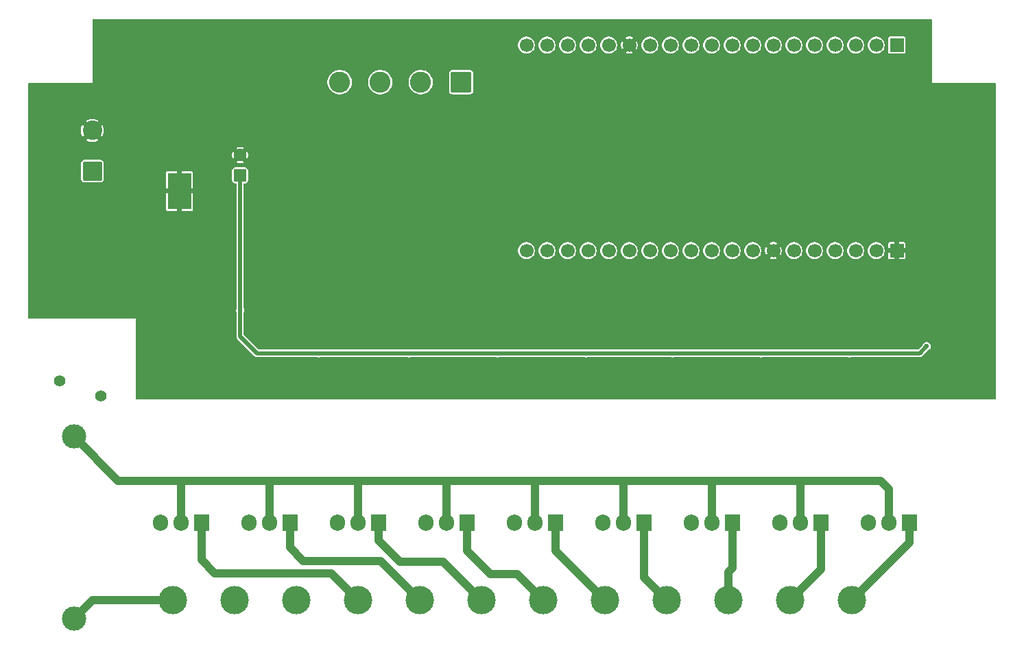
<source format=gbr>
%TF.GenerationSoftware,KiCad,Pcbnew,9.0.0*%
%TF.CreationDate,2025-07-11T15:45:50+08:00*%
%TF.ProjectId,ESPrinkler Retic PCB,45535072-696e-46b6-9c65-722052657469,rev?*%
%TF.SameCoordinates,Original*%
%TF.FileFunction,Copper,L2,Bot*%
%TF.FilePolarity,Positive*%
%FSLAX46Y46*%
G04 Gerber Fmt 4.6, Leading zero omitted, Abs format (unit mm)*
G04 Created by KiCad (PCBNEW 9.0.0) date 2025-07-11 15:45:50*
%MOMM*%
%LPD*%
G01*
G04 APERTURE LIST*
G04 Aperture macros list*
%AMRoundRect*
0 Rectangle with rounded corners*
0 $1 Rounding radius*
0 $2 $3 $4 $5 $6 $7 $8 $9 X,Y pos of 4 corners*
0 Add a 4 corners polygon primitive as box body*
4,1,4,$2,$3,$4,$5,$6,$7,$8,$9,$2,$3,0*
0 Add four circle primitives for the rounded corners*
1,1,$1+$1,$2,$3*
1,1,$1+$1,$4,$5*
1,1,$1+$1,$6,$7*
1,1,$1+$1,$8,$9*
0 Add four rect primitives between the rounded corners*
20,1,$1+$1,$2,$3,$4,$5,0*
20,1,$1+$1,$4,$5,$6,$7,0*
20,1,$1+$1,$6,$7,$8,$9,0*
20,1,$1+$1,$8,$9,$2,$3,0*%
G04 Aperture macros list end*
%TA.AperFunction,ComponentPad*%
%ADD10R,1.905000X2.000000*%
%TD*%
%TA.AperFunction,ComponentPad*%
%ADD11O,1.905000X2.000000*%
%TD*%
%TA.AperFunction,ComponentPad*%
%ADD12RoundRect,0.250000X1.050000X1.050000X-1.050000X1.050000X-1.050000X-1.050000X1.050000X-1.050000X0*%
%TD*%
%TA.AperFunction,ComponentPad*%
%ADD13C,2.600000*%
%TD*%
%TA.AperFunction,ComponentPad*%
%ADD14RoundRect,0.250000X0.550000X-0.550000X0.550000X0.550000X-0.550000X0.550000X-0.550000X-0.550000X0*%
%TD*%
%TA.AperFunction,ComponentPad*%
%ADD15C,1.600000*%
%TD*%
%TA.AperFunction,ComponentPad*%
%ADD16RoundRect,0.250001X0.949999X-0.949999X0.949999X0.949999X-0.949999X0.949999X-0.949999X-0.949999X0*%
%TD*%
%TA.AperFunction,ComponentPad*%
%ADD17C,2.400000*%
%TD*%
%TA.AperFunction,ComponentPad*%
%ADD18C,0.600000*%
%TD*%
%TA.AperFunction,SMDPad,CuDef*%
%ADD19R,2.950000X4.500000*%
%TD*%
%TA.AperFunction,ComponentPad*%
%ADD20C,3.500000*%
%TD*%
%TA.AperFunction,ComponentPad*%
%ADD21C,1.400000*%
%TD*%
%TA.AperFunction,ComponentPad*%
%ADD22R,1.700000X1.700000*%
%TD*%
%TA.AperFunction,ComponentPad*%
%ADD23C,1.700000*%
%TD*%
%TA.AperFunction,ComponentPad*%
%ADD24C,3.000000*%
%TD*%
%TA.AperFunction,ViaPad*%
%ADD25C,0.600000*%
%TD*%
%TA.AperFunction,Conductor*%
%ADD26C,0.500000*%
%TD*%
%TA.AperFunction,Conductor*%
%ADD27C,1.000000*%
%TD*%
G04 APERTURE END LIST*
D10*
%TO.P,D17,1,A1*%
%TO.N,/Power & IO/To Zone 8*%
X241554000Y-127086000D03*
D11*
%TO.P,D17,2,A2*%
%TO.N,LIVE_SOLENOID*%
X239014000Y-127086000D03*
%TO.P,D17,3,G*%
%TO.N,Net-(D17-G)*%
X236474000Y-127086000D03*
%TD*%
D10*
%TO.P,D16,1,A1*%
%TO.N,/Power & IO/To Zone 7*%
X230632000Y-127086000D03*
D11*
%TO.P,D16,2,A2*%
%TO.N,LIVE_SOLENOID*%
X228092000Y-127086000D03*
%TO.P,D16,3,G*%
%TO.N,Net-(D16-G)*%
X225552000Y-127086000D03*
%TD*%
D10*
%TO.P,D15,1,A1*%
%TO.N,/Power & IO/To Zone 6*%
X219710000Y-127086000D03*
D11*
%TO.P,D15,2,A2*%
%TO.N,LIVE_SOLENOID*%
X217170000Y-127086000D03*
%TO.P,D15,3,G*%
%TO.N,Net-(D15-G)*%
X214630000Y-127086000D03*
%TD*%
D10*
%TO.P,D14,1,A1*%
%TO.N,/Power & IO/To Zone 5*%
X208788000Y-127086000D03*
D11*
%TO.P,D14,2,A2*%
%TO.N,LIVE_SOLENOID*%
X206248000Y-127086000D03*
%TO.P,D14,3,G*%
%TO.N,Net-(D14-G)*%
X203708000Y-127086000D03*
%TD*%
D10*
%TO.P,D8,1,A1*%
%TO.N,/Power & IO/To Zone 4*%
X197866000Y-127086000D03*
D11*
%TO.P,D8,2,A2*%
%TO.N,LIVE_SOLENOID*%
X195326000Y-127086000D03*
%TO.P,D8,3,G*%
%TO.N,Net-(D8-G)*%
X192786000Y-127086000D03*
%TD*%
D10*
%TO.P,D7,1,A1*%
%TO.N,/Power & IO/To Zone 3*%
X186944000Y-127086000D03*
D11*
%TO.P,D7,2,A2*%
%TO.N,LIVE_SOLENOID*%
X184404000Y-127086000D03*
%TO.P,D7,3,G*%
%TO.N,Net-(D7-G)*%
X181864000Y-127086000D03*
%TD*%
D10*
%TO.P,D6,1,A1*%
%TO.N,/Power & IO/To Zone 2*%
X176022000Y-127086000D03*
D11*
%TO.P,D6,2,A2*%
%TO.N,LIVE_SOLENOID*%
X173482000Y-127086000D03*
%TO.P,D6,3,G*%
%TO.N,Net-(D6-G)*%
X170942000Y-127086000D03*
%TD*%
D10*
%TO.P,D5,1,A1*%
%TO.N,/Power & IO/To Zone 1*%
X165100000Y-127086000D03*
D11*
%TO.P,D5,2,A2*%
%TO.N,LIVE_SOLENOID*%
X162560000Y-127086000D03*
%TO.P,D5,3,G*%
%TO.N,Net-(D5-G)*%
X160020000Y-127086000D03*
%TD*%
D10*
%TO.P,D4,1,A1*%
%TO.N,/Power & IO/To Pump*%
X154178000Y-127086000D03*
D11*
%TO.P,D4,2,A2*%
%TO.N,LIVE_SOLENOID*%
X151638000Y-127086000D03*
%TO.P,D4,3,G*%
%TO.N,Net-(D4-G)*%
X149098000Y-127086000D03*
%TD*%
D12*
%TO.P,J6,1,Pin_1*%
%TO.N,+5V*%
X186252500Y-72641500D03*
D13*
%TO.P,J6,2,Pin_2*%
%TO.N,Net-(J6-Pin_2)*%
X181252500Y-72641500D03*
%TO.P,J6,3,Pin_3*%
%TO.N,+5V*%
X176252500Y-72641500D03*
%TO.P,J6,4,Pin_4*%
%TO.N,Net-(J6-Pin_4)*%
X171252500Y-72641500D03*
%TD*%
D14*
%TO.P,C4,1*%
%TO.N,+5V*%
X158966750Y-84171000D03*
D15*
%TO.P,C4,2*%
%TO.N,GND*%
X158966750Y-81671000D03*
%TD*%
D16*
%TO.P,C1,1*%
%TO.N,VCC*%
X140716000Y-83627216D03*
D17*
%TO.P,C1,2*%
%TO.N,GND*%
X140716000Y-78627216D03*
%TD*%
D18*
%TO.P,U1,9,GNDPAD*%
%TO.N,GND*%
X152076000Y-87916000D03*
X152076000Y-86716000D03*
X152076000Y-85416000D03*
X152076000Y-84316000D03*
D19*
X151476000Y-86116000D03*
D18*
X150876000Y-87916000D03*
X150876000Y-86716000D03*
X150876000Y-85416000D03*
X150876000Y-84316000D03*
%TD*%
D20*
%TO.P,J1,1,Pin_1*%
%TO.N,Net-(J1-Pin_1)*%
X150622000Y-136652000D03*
%TO.P,J1,2,Pin_2*%
%TO.N,NEUT*%
X158242000Y-136652000D03*
%TO.P,J1,3,Pin_3*%
X165862000Y-136652000D03*
%TO.P,J1,4,Pin_4*%
%TO.N,/Power & IO/To Pump*%
X173482000Y-136652000D03*
%TO.P,J1,5,Pin_5*%
%TO.N,/Power & IO/To Zone 1*%
X181102000Y-136652000D03*
%TO.P,J1,6,Pin_6*%
%TO.N,/Power & IO/To Zone 2*%
X188722000Y-136652000D03*
%TO.P,J1,7,Pin_7*%
%TO.N,/Power & IO/To Zone 3*%
X196342000Y-136652000D03*
%TO.P,J1,8,Pin_8*%
%TO.N,/Power & IO/To Zone 4*%
X203962000Y-136652000D03*
%TO.P,J1,9,Pin_9*%
%TO.N,/Power & IO/To Zone 5*%
X211582000Y-136652000D03*
%TO.P,J1,10,Pin_10*%
%TO.N,/Power & IO/To Zone 6*%
X219202000Y-136652000D03*
%TO.P,J1,11,Pin_11*%
%TO.N,/Power & IO/To Zone 7*%
X226822000Y-136652000D03*
%TO.P,J1,12,Pin_12*%
%TO.N,/Power & IO/To Zone 8*%
X234442000Y-136652000D03*
%TD*%
D21*
%TO.P,F2,1*%
%TO.N,LIVE_SOLENOID*%
X136652000Y-109601000D03*
%TO.P,F2,2*%
%TO.N,LIVE*%
X141752000Y-111401000D03*
%TD*%
D22*
%TO.P,J4,1,Pin_1*%
%TO.N,unconnected-(J4-Pin_1-Pad1)*%
X240029999Y-68072001D03*
D23*
%TO.P,J4,2,Pin_2*%
%TO.N,unconnected-(J4-Pin_2-Pad2)*%
X237489999Y-68072001D03*
%TO.P,J4,3,Pin_3*%
%TO.N,unconnected-(J4-Pin_3-Pad3)*%
X234949999Y-68072001D03*
%TO.P,J4,4,Pin_4*%
%TO.N,unconnected-(J4-Pin_4-Pad4)*%
X232409999Y-68072001D03*
%TO.P,J4,5,Pin_5*%
%TO.N,unconnected-(J4-Pin_5-Pad5)*%
X229869999Y-68072001D03*
%TO.P,J4,6,Pin_6*%
%TO.N,unconnected-(J4-Pin_6-Pad6)*%
X227329999Y-68072001D03*
%TO.P,J4,7,Pin_7*%
%TO.N,unconnected-(J4-Pin_7-Pad7)*%
X224789999Y-68072001D03*
%TO.P,J4,8,Pin_8*%
%TO.N,unconnected-(J4-Pin_8-Pad8)*%
X222249999Y-68072001D03*
%TO.P,J4,9,Pin_9*%
%TO.N,unconnected-(J4-Pin_9-Pad9)*%
X219709999Y-68072001D03*
%TO.P,J4,10,Pin_10*%
%TO.N,unconnected-(J4-Pin_10-Pad10)*%
X217169999Y-68072001D03*
%TO.P,J4,11,Pin_11*%
%TO.N,/ESP32/Status LED*%
X214629999Y-68072001D03*
%TO.P,J4,12,Pin_12*%
%TO.N,/ESP32/WIFI LED*%
X212089999Y-68072001D03*
%TO.P,J4,13,Pin_13*%
%TO.N,unconnected-(J4-Pin_13-Pad13)*%
X209549999Y-68072001D03*
%TO.P,J4,14,Pin_14*%
%TO.N,GND*%
X207009999Y-68072001D03*
%TO.P,J4,15,Pin_15*%
%TO.N,unconnected-(J4-Pin_15-Pad15)*%
X204469999Y-68072001D03*
%TO.P,J4,16,Pin_16*%
%TO.N,unconnected-(J4-Pin_16-Pad16)*%
X201929999Y-68072001D03*
%TO.P,J4,17,Pin_17*%
%TO.N,unconnected-(J4-Pin_17-Pad17)*%
X199389999Y-68072001D03*
%TO.P,J4,18,Pin_18*%
%TO.N,unconnected-(J4-Pin_18-Pad18)*%
X196849999Y-68072001D03*
%TO.P,J4,19,Pin_19*%
%TO.N,+5V*%
X194309999Y-68072001D03*
%TD*%
D22*
%TO.P,J5,1,Pin_1*%
%TO.N,GND*%
X240029999Y-93472001D03*
D23*
%TO.P,J5,2,Pin_2*%
%TO.N,/ESP32/Zone 8*%
X237489999Y-93472001D03*
%TO.P,J5,3,Pin_3*%
%TO.N,/ESP32/Zone 7*%
X234949999Y-93472001D03*
%TO.P,J5,4,Pin_4*%
%TO.N,/ESP32/Zone 6*%
X232409999Y-93472001D03*
%TO.P,J5,5,Pin_5*%
%TO.N,/ESP32/Zone 5*%
X229869999Y-93472001D03*
%TO.P,J5,6,Pin_6*%
%TO.N,/ESP32/Zone 4*%
X227329999Y-93472001D03*
%TO.P,J5,7,Pin_7*%
%TO.N,GND*%
X224789999Y-93472001D03*
%TO.P,J5,8,Pin_8*%
%TO.N,/ESP32/Zone 3*%
X222249999Y-93472001D03*
%TO.P,J5,9,Pin_9*%
%TO.N,/ESP32/Zone 2*%
X219709999Y-93472001D03*
%TO.P,J5,10,Pin_10*%
%TO.N,/ESP32/Zone 1*%
X217169999Y-93472001D03*
%TO.P,J5,11,Pin_11*%
%TO.N,/ESP32/Pump*%
X214629999Y-93472001D03*
%TO.P,J5,12,Pin_12*%
%TO.N,unconnected-(J5-Pin_12-Pad12)*%
X212089999Y-93472001D03*
%TO.P,J5,13,Pin_13*%
%TO.N,unconnected-(J5-Pin_13-Pad13)*%
X209549999Y-93472001D03*
%TO.P,J5,14,Pin_14*%
%TO.N,unconnected-(J5-Pin_14-Pad14)*%
X207009999Y-93472001D03*
%TO.P,J5,15,Pin_15*%
%TO.N,unconnected-(J5-Pin_15-Pad15)*%
X204469999Y-93472001D03*
%TO.P,J5,16,Pin_16*%
%TO.N,unconnected-(J5-Pin_16-Pad16)*%
X201929999Y-93472001D03*
%TO.P,J5,17,Pin_17*%
%TO.N,unconnected-(J5-Pin_17-Pad17)*%
X199389999Y-93472001D03*
%TO.P,J5,18,Pin_18*%
%TO.N,unconnected-(J5-Pin_18-Pad18)*%
X196849999Y-93472001D03*
%TO.P,J5,19,Pin_19*%
%TO.N,unconnected-(J5-Pin_19-Pad19)*%
X194309999Y-93472001D03*
%TD*%
D24*
%TO.P,F1,1*%
%TO.N,Net-(J1-Pin_1)*%
X138430000Y-138938000D03*
%TO.P,F1,2*%
%TO.N,LIVE_SOLENOID*%
X138430000Y-116438000D03*
%TD*%
D25*
%TO.N,GND*%
X155448000Y-81153000D03*
X157353000Y-90297000D03*
X160528000Y-90297000D03*
%TO.N,+5V*%
X201676000Y-106172000D03*
X223266000Y-106172000D03*
X243713000Y-105283000D03*
X168656000Y-106172000D03*
X179832000Y-106172000D03*
X190754000Y-106172000D03*
X158966750Y-100838000D03*
X234188000Y-106172000D03*
X212344000Y-106172000D03*
%TO.N,LIVE_SOLENOID*%
X150876000Y-121920000D03*
X216408000Y-121920000D03*
X161798000Y-121920000D03*
X183642000Y-121920000D03*
X194564000Y-121920000D03*
X237998000Y-121920000D03*
X227076000Y-121920000D03*
X172720000Y-121920000D03*
X205486000Y-121920000D03*
%TD*%
D26*
%TO.N,+5V*%
X212344000Y-106172000D02*
X223266000Y-106172000D01*
X243713000Y-105283000D02*
X242824000Y-106172000D01*
X190754000Y-106172000D02*
X201676000Y-106172000D01*
X201676000Y-106172000D02*
X212344000Y-106172000D01*
X168656000Y-106172000D02*
X161036000Y-106172000D01*
X158966750Y-100838000D02*
X158966750Y-84171000D01*
X179832000Y-106172000D02*
X168656000Y-106172000D01*
X190754000Y-106172000D02*
X179832000Y-106172000D01*
X158966750Y-104102750D02*
X158966750Y-100838000D01*
X242824000Y-106172000D02*
X234188000Y-106172000D01*
X161036000Y-106172000D02*
X158966750Y-104102750D01*
X223266000Y-106172000D02*
X234188000Y-106172000D01*
D27*
%TO.N,/Power & IO/To Pump*%
X154178000Y-131699000D02*
X154178000Y-127086000D01*
X155829000Y-133350000D02*
X154178000Y-131699000D01*
X170180000Y-133350000D02*
X155829000Y-133350000D01*
X173482000Y-136652000D02*
X170180000Y-133350000D01*
%TO.N,/Power & IO/To Zone 1*%
X176276000Y-131826000D02*
X166751000Y-131826000D01*
X165100000Y-130175000D02*
X165100000Y-127086000D01*
X166751000Y-131826000D02*
X165100000Y-130175000D01*
X181102000Y-136652000D02*
X176276000Y-131826000D01*
%TO.N,/Power & IO/To Zone 2*%
X188722000Y-136652000D02*
X184023000Y-131953000D01*
X176022000Y-129286000D02*
X176022000Y-127086000D01*
X178689000Y-131953000D02*
X176022000Y-129286000D01*
X184023000Y-131953000D02*
X178689000Y-131953000D01*
%TO.N,/Power & IO/To Zone 3*%
X196342000Y-136652000D02*
X193167000Y-133477000D01*
X186944000Y-130556000D02*
X186944000Y-127086000D01*
X189865000Y-133477000D02*
X186944000Y-130556000D01*
X193167000Y-133477000D02*
X189865000Y-133477000D01*
%TO.N,/Power & IO/To Zone 4*%
X203962000Y-136652000D02*
X197866000Y-130556000D01*
X197866000Y-130556000D02*
X197866000Y-127086000D01*
%TO.N,/Power & IO/To Zone 5*%
X211582000Y-136652000D02*
X208788000Y-133858000D01*
X208788000Y-133858000D02*
X208788000Y-127086000D01*
%TO.N,/Power & IO/To Zone 6*%
X219202000Y-133223000D02*
X219202000Y-136652000D01*
X219710000Y-127086000D02*
X219710000Y-132715000D01*
X219710000Y-132715000D02*
X219202000Y-133223000D01*
%TO.N,/Power & IO/To Zone 7*%
X230632000Y-132842000D02*
X230632000Y-127086000D01*
X226822000Y-136652000D02*
X230632000Y-132842000D01*
%TO.N,/Power & IO/To Zone 8*%
X241554000Y-129540000D02*
X241554000Y-127086000D01*
X234442000Y-136652000D02*
X241554000Y-129540000D01*
%TO.N,Net-(J1-Pin_1)*%
X140716000Y-136652000D02*
X150622000Y-136652000D01*
X138430000Y-138938000D02*
X140716000Y-136652000D01*
%TO.N,LIVE_SOLENOID*%
X151638000Y-121920000D02*
X150876000Y-121920000D01*
X143912000Y-121920000D02*
X138430000Y-116438000D01*
X205486000Y-121920000D02*
X206248000Y-121920000D01*
X172720000Y-121920000D02*
X173482000Y-121920000D01*
X153162000Y-121920000D02*
X151638000Y-121920000D01*
X237998000Y-121920000D02*
X239014000Y-122936000D01*
X195326000Y-127086000D02*
X195326000Y-121920000D01*
X162560000Y-121920000D02*
X172720000Y-121920000D01*
X151638000Y-127086000D02*
X151638000Y-121920000D01*
X173482000Y-127086000D02*
X173482000Y-121920000D01*
X150876000Y-121920000D02*
X143912000Y-121920000D01*
X153162000Y-121920000D02*
X161798000Y-121920000D01*
X183642000Y-121920000D02*
X184404000Y-121920000D01*
X239014000Y-122936000D02*
X239014000Y-127086000D01*
X195326000Y-121920000D02*
X205486000Y-121920000D01*
X206248000Y-127086000D02*
X206248000Y-121920000D01*
X173482000Y-121920000D02*
X183642000Y-121920000D01*
X184404000Y-121920000D02*
X194564000Y-121920000D01*
X227076000Y-121920000D02*
X228092000Y-121920000D01*
X194564000Y-121920000D02*
X195326000Y-121920000D01*
X228092000Y-127086000D02*
X228092000Y-121920000D01*
X184404000Y-127086000D02*
X184404000Y-121920000D01*
X228092000Y-121920000D02*
X237998000Y-121920000D01*
X216408000Y-121920000D02*
X217170000Y-121920000D01*
X161798000Y-121920000D02*
X162560000Y-121920000D01*
X206248000Y-121920000D02*
X216408000Y-121920000D01*
X162560000Y-127086000D02*
X162560000Y-121920000D01*
X217170000Y-127086000D02*
X217170000Y-121920000D01*
X217170000Y-121920000D02*
X227076000Y-121920000D01*
%TD*%
%TA.AperFunction,Conductor*%
%TO.N,GND*%
G36*
X244333648Y-64903852D02*
G01*
X244348000Y-64938500D01*
X244348000Y-72771000D01*
X252180498Y-72771000D01*
X252215146Y-72785352D01*
X252229498Y-72820000D01*
X252229498Y-111838000D01*
X252215146Y-111872648D01*
X252180498Y-111887000D01*
X146099000Y-111887000D01*
X146064352Y-111872648D01*
X146050000Y-111838000D01*
X146050000Y-101854000D01*
X132883502Y-101854000D01*
X132848854Y-101839648D01*
X132834502Y-101805000D01*
X132834502Y-88385694D01*
X149801000Y-88385694D01*
X149812604Y-88444036D01*
X149856807Y-88510192D01*
X149922963Y-88554395D01*
X149981305Y-88566000D01*
X151176000Y-88566000D01*
X151776000Y-88566000D01*
X152970695Y-88566000D01*
X153029036Y-88554395D01*
X153095192Y-88510192D01*
X153139395Y-88444036D01*
X153151000Y-88385694D01*
X153151000Y-86416000D01*
X151776000Y-86416000D01*
X151776000Y-88566000D01*
X151176000Y-88566000D01*
X151176000Y-86416000D01*
X149801000Y-86416000D01*
X149801000Y-88385694D01*
X132834502Y-88385694D01*
X132834502Y-82622941D01*
X139315500Y-82622941D01*
X139315500Y-84631469D01*
X139315502Y-84631493D01*
X139318353Y-84661911D01*
X139318354Y-84661917D01*
X139363204Y-84790092D01*
X139363208Y-84790101D01*
X139443849Y-84899366D01*
X139553114Y-84980007D01*
X139553117Y-84980008D01*
X139553118Y-84980009D01*
X139553120Y-84980009D01*
X139553123Y-84980011D01*
X139681299Y-85024861D01*
X139681302Y-85024862D01*
X139711735Y-85027716D01*
X141720264Y-85027715D01*
X141750698Y-85024862D01*
X141878882Y-84980009D01*
X141988150Y-84899366D01*
X142068793Y-84790098D01*
X142113646Y-84661914D01*
X142116500Y-84631481D01*
X142116500Y-83846305D01*
X149801000Y-83846305D01*
X149801000Y-85816000D01*
X151176000Y-85816000D01*
X151776000Y-85816000D01*
X153151000Y-85816000D01*
X153151000Y-83846305D01*
X153139395Y-83787963D01*
X153095192Y-83721807D01*
X153029036Y-83677604D01*
X152970695Y-83666000D01*
X151776000Y-83666000D01*
X151776000Y-85816000D01*
X151176000Y-85816000D01*
X151176000Y-83666000D01*
X149981305Y-83666000D01*
X149922963Y-83677604D01*
X149856807Y-83721807D01*
X149812604Y-83787963D01*
X149801000Y-83846305D01*
X142116500Y-83846305D01*
X142116500Y-83666000D01*
X142116500Y-83566724D01*
X157966250Y-83566724D01*
X157966250Y-84775275D01*
X157969103Y-84805698D01*
X157969103Y-84805699D01*
X158013954Y-84933876D01*
X158013958Y-84933885D01*
X158094599Y-85043150D01*
X158203864Y-85123791D01*
X158203867Y-85123792D01*
X158203868Y-85123793D01*
X158203870Y-85123793D01*
X158203873Y-85123795D01*
X158332051Y-85168646D01*
X158362484Y-85171500D01*
X158467250Y-85171500D01*
X158501898Y-85185852D01*
X158516250Y-85220500D01*
X158516250Y-100604159D01*
X158509686Y-100628655D01*
X158500358Y-100644814D01*
X158500356Y-100644818D01*
X158466250Y-100772104D01*
X158466250Y-100903895D01*
X158500357Y-101031184D01*
X158500358Y-101031187D01*
X158509685Y-101047341D01*
X158516250Y-101071841D01*
X158516250Y-104162060D01*
X158540463Y-104252422D01*
X158540463Y-104252423D01*
X158546950Y-104276636D01*
X158546951Y-104276638D01*
X158606261Y-104379364D01*
X160759386Y-106532489D01*
X160818696Y-106566731D01*
X160862114Y-106591799D01*
X160862116Y-106591799D01*
X160862117Y-106591800D01*
X160976687Y-106622499D01*
X160976688Y-106622500D01*
X160976691Y-106622500D01*
X168422159Y-106622500D01*
X168446655Y-106629063D01*
X168462814Y-106638392D01*
X168462818Y-106638393D01*
X168590104Y-106672499D01*
X168590105Y-106672500D01*
X168590108Y-106672500D01*
X168721895Y-106672500D01*
X168721895Y-106672499D01*
X168849186Y-106638392D01*
X168865344Y-106629063D01*
X168889841Y-106622500D01*
X179598159Y-106622500D01*
X179622655Y-106629063D01*
X179638814Y-106638392D01*
X179638818Y-106638393D01*
X179766104Y-106672499D01*
X179766105Y-106672500D01*
X179766108Y-106672500D01*
X179897895Y-106672500D01*
X179897895Y-106672499D01*
X180025186Y-106638392D01*
X180041344Y-106629063D01*
X180065841Y-106622500D01*
X190520159Y-106622500D01*
X190544655Y-106629063D01*
X190560814Y-106638392D01*
X190560818Y-106638393D01*
X190688104Y-106672499D01*
X190688105Y-106672500D01*
X190688108Y-106672500D01*
X190819895Y-106672500D01*
X190819895Y-106672499D01*
X190947186Y-106638392D01*
X190963344Y-106629063D01*
X190987841Y-106622500D01*
X201442159Y-106622500D01*
X201466655Y-106629063D01*
X201482814Y-106638392D01*
X201482818Y-106638393D01*
X201610104Y-106672499D01*
X201610105Y-106672500D01*
X201610108Y-106672500D01*
X201741895Y-106672500D01*
X201741895Y-106672499D01*
X201869186Y-106638392D01*
X201885344Y-106629063D01*
X201909841Y-106622500D01*
X212110159Y-106622500D01*
X212134655Y-106629063D01*
X212150814Y-106638392D01*
X212150818Y-106638393D01*
X212278104Y-106672499D01*
X212278105Y-106672500D01*
X212278108Y-106672500D01*
X212409895Y-106672500D01*
X212409895Y-106672499D01*
X212537186Y-106638392D01*
X212553344Y-106629063D01*
X212577841Y-106622500D01*
X223032159Y-106622500D01*
X223056655Y-106629063D01*
X223072814Y-106638392D01*
X223072818Y-106638393D01*
X223200104Y-106672499D01*
X223200105Y-106672500D01*
X223200108Y-106672500D01*
X223331895Y-106672500D01*
X223331895Y-106672499D01*
X223459186Y-106638392D01*
X223475344Y-106629063D01*
X223499841Y-106622500D01*
X233954159Y-106622500D01*
X233978655Y-106629063D01*
X233994814Y-106638392D01*
X233994818Y-106638393D01*
X234122104Y-106672499D01*
X234122105Y-106672500D01*
X234122108Y-106672500D01*
X234253895Y-106672500D01*
X234253895Y-106672499D01*
X234381186Y-106638392D01*
X234397344Y-106629063D01*
X234421841Y-106622500D01*
X242883311Y-106622500D01*
X242913430Y-106614428D01*
X242973673Y-106598286D01*
X242997887Y-106591799D01*
X243100614Y-106532489D01*
X243866202Y-105766900D01*
X243888163Y-105754220D01*
X243906186Y-105749392D01*
X244020314Y-105683500D01*
X244113500Y-105590314D01*
X244179392Y-105476186D01*
X244213499Y-105348895D01*
X244213500Y-105348895D01*
X244213500Y-105217105D01*
X244213499Y-105217104D01*
X244206292Y-105190207D01*
X244179392Y-105089814D01*
X244179391Y-105089813D01*
X244179391Y-105089811D01*
X244113499Y-104975685D01*
X244020314Y-104882500D01*
X243906188Y-104816608D01*
X243906184Y-104816607D01*
X243778895Y-104782500D01*
X243778892Y-104782500D01*
X243647108Y-104782500D01*
X243647105Y-104782500D01*
X243519815Y-104816607D01*
X243519811Y-104816608D01*
X243405685Y-104882500D01*
X243405685Y-104882501D01*
X243312501Y-104975685D01*
X243312500Y-104975685D01*
X243246608Y-105089811D01*
X243246606Y-105089818D01*
X243241777Y-105107836D01*
X243229096Y-105129798D01*
X242651749Y-105707148D01*
X242617101Y-105721500D01*
X234421841Y-105721500D01*
X234397344Y-105714936D01*
X234381186Y-105705608D01*
X234381183Y-105705607D01*
X234381181Y-105705606D01*
X234253895Y-105671500D01*
X234253892Y-105671500D01*
X234122108Y-105671500D01*
X234122105Y-105671500D01*
X233994818Y-105705606D01*
X233994815Y-105705607D01*
X233994814Y-105705608D01*
X233978655Y-105714936D01*
X233954159Y-105721500D01*
X223499841Y-105721500D01*
X223475344Y-105714936D01*
X223459186Y-105705608D01*
X223459183Y-105705607D01*
X223459181Y-105705606D01*
X223331895Y-105671500D01*
X223331892Y-105671500D01*
X223200108Y-105671500D01*
X223200105Y-105671500D01*
X223072818Y-105705606D01*
X223072815Y-105705607D01*
X223072814Y-105705608D01*
X223056655Y-105714936D01*
X223032159Y-105721500D01*
X212577841Y-105721500D01*
X212553344Y-105714936D01*
X212537186Y-105705608D01*
X212537183Y-105705607D01*
X212537181Y-105705606D01*
X212409895Y-105671500D01*
X212409892Y-105671500D01*
X212278108Y-105671500D01*
X212278105Y-105671500D01*
X212150818Y-105705606D01*
X212150815Y-105705607D01*
X212150814Y-105705608D01*
X212134655Y-105714936D01*
X212110159Y-105721500D01*
X201909841Y-105721500D01*
X201885344Y-105714936D01*
X201869186Y-105705608D01*
X201869183Y-105705607D01*
X201869181Y-105705606D01*
X201741895Y-105671500D01*
X201741892Y-105671500D01*
X201610108Y-105671500D01*
X201610105Y-105671500D01*
X201482818Y-105705606D01*
X201482815Y-105705607D01*
X201482814Y-105705608D01*
X201466655Y-105714936D01*
X201442159Y-105721500D01*
X190987841Y-105721500D01*
X190963344Y-105714936D01*
X190947186Y-105705608D01*
X190947183Y-105705607D01*
X190947181Y-105705606D01*
X190819895Y-105671500D01*
X190819892Y-105671500D01*
X190688108Y-105671500D01*
X190688105Y-105671500D01*
X190560818Y-105705606D01*
X190560815Y-105705607D01*
X190560814Y-105705608D01*
X190544655Y-105714936D01*
X190520159Y-105721500D01*
X180065841Y-105721500D01*
X180041344Y-105714936D01*
X180025186Y-105705608D01*
X180025183Y-105705607D01*
X180025181Y-105705606D01*
X179897895Y-105671500D01*
X179897892Y-105671500D01*
X179766108Y-105671500D01*
X179766105Y-105671500D01*
X179638818Y-105705606D01*
X179638815Y-105705607D01*
X179638814Y-105705608D01*
X179622655Y-105714936D01*
X179598159Y-105721500D01*
X168889841Y-105721500D01*
X168865344Y-105714936D01*
X168849186Y-105705608D01*
X168849183Y-105705607D01*
X168849181Y-105705606D01*
X168721895Y-105671500D01*
X168721892Y-105671500D01*
X168590108Y-105671500D01*
X168590105Y-105671500D01*
X168462818Y-105705606D01*
X168462815Y-105705607D01*
X168462814Y-105705608D01*
X168446655Y-105714936D01*
X168422159Y-105721500D01*
X161242899Y-105721500D01*
X161208251Y-105707148D01*
X159431602Y-103930499D01*
X159417250Y-103895851D01*
X159417250Y-101071841D01*
X159423815Y-101047341D01*
X159433141Y-101031187D01*
X159433142Y-101031186D01*
X159467249Y-100903895D01*
X159467250Y-100903895D01*
X159467250Y-100772105D01*
X159467249Y-100772104D01*
X159433143Y-100644818D01*
X159433142Y-100644814D01*
X159423813Y-100628655D01*
X159417250Y-100604159D01*
X159417250Y-93368536D01*
X193259499Y-93368536D01*
X193259499Y-93575466D01*
X193277307Y-93664994D01*
X193299868Y-93778418D01*
X193299870Y-93778424D01*
X193379057Y-93969597D01*
X193379058Y-93969599D01*
X193494022Y-94141656D01*
X193640344Y-94287978D01*
X193812401Y-94402942D01*
X194003579Y-94482131D01*
X194206534Y-94522501D01*
X194206537Y-94522501D01*
X194413461Y-94522501D01*
X194413464Y-94522501D01*
X194616419Y-94482131D01*
X194807597Y-94402942D01*
X194979654Y-94287978D01*
X195125976Y-94141656D01*
X195240940Y-93969599D01*
X195320129Y-93778421D01*
X195360499Y-93575466D01*
X195360499Y-93368536D01*
X195799499Y-93368536D01*
X195799499Y-93575466D01*
X195817307Y-93664994D01*
X195839868Y-93778418D01*
X195839870Y-93778424D01*
X195919057Y-93969597D01*
X195919058Y-93969599D01*
X196034022Y-94141656D01*
X196180344Y-94287978D01*
X196352401Y-94402942D01*
X196543579Y-94482131D01*
X196746534Y-94522501D01*
X196746537Y-94522501D01*
X196953461Y-94522501D01*
X196953464Y-94522501D01*
X197156419Y-94482131D01*
X197347597Y-94402942D01*
X197519654Y-94287978D01*
X197665976Y-94141656D01*
X197780940Y-93969599D01*
X197860129Y-93778421D01*
X197900499Y-93575466D01*
X197900499Y-93368536D01*
X198339499Y-93368536D01*
X198339499Y-93575466D01*
X198357307Y-93664994D01*
X198379868Y-93778418D01*
X198379870Y-93778424D01*
X198459057Y-93969597D01*
X198459058Y-93969599D01*
X198574022Y-94141656D01*
X198720344Y-94287978D01*
X198892401Y-94402942D01*
X199083579Y-94482131D01*
X199286534Y-94522501D01*
X199286537Y-94522501D01*
X199493461Y-94522501D01*
X199493464Y-94522501D01*
X199696419Y-94482131D01*
X199887597Y-94402942D01*
X200059654Y-94287978D01*
X200205976Y-94141656D01*
X200320940Y-93969599D01*
X200400129Y-93778421D01*
X200440499Y-93575466D01*
X200440499Y-93368536D01*
X200879499Y-93368536D01*
X200879499Y-93575466D01*
X200897307Y-93664994D01*
X200919868Y-93778418D01*
X200919870Y-93778424D01*
X200999057Y-93969597D01*
X200999058Y-93969599D01*
X201114022Y-94141656D01*
X201260344Y-94287978D01*
X201432401Y-94402942D01*
X201623579Y-94482131D01*
X201826534Y-94522501D01*
X201826537Y-94522501D01*
X202033461Y-94522501D01*
X202033464Y-94522501D01*
X202236419Y-94482131D01*
X202427597Y-94402942D01*
X202599654Y-94287978D01*
X202745976Y-94141656D01*
X202860940Y-93969599D01*
X202940129Y-93778421D01*
X202980499Y-93575466D01*
X202980499Y-93368536D01*
X203419499Y-93368536D01*
X203419499Y-93575466D01*
X203437307Y-93664994D01*
X203459868Y-93778418D01*
X203459870Y-93778424D01*
X203539057Y-93969597D01*
X203539058Y-93969599D01*
X203654022Y-94141656D01*
X203800344Y-94287978D01*
X203972401Y-94402942D01*
X204163579Y-94482131D01*
X204366534Y-94522501D01*
X204366537Y-94522501D01*
X204573461Y-94522501D01*
X204573464Y-94522501D01*
X204776419Y-94482131D01*
X204967597Y-94402942D01*
X205139654Y-94287978D01*
X205285976Y-94141656D01*
X205400940Y-93969599D01*
X205480129Y-93778421D01*
X205520499Y-93575466D01*
X205520499Y-93368536D01*
X205959499Y-93368536D01*
X205959499Y-93575466D01*
X205977307Y-93664994D01*
X205999868Y-93778418D01*
X205999870Y-93778424D01*
X206079057Y-93969597D01*
X206079058Y-93969599D01*
X206194022Y-94141656D01*
X206340344Y-94287978D01*
X206512401Y-94402942D01*
X206703579Y-94482131D01*
X206906534Y-94522501D01*
X206906537Y-94522501D01*
X207113461Y-94522501D01*
X207113464Y-94522501D01*
X207316419Y-94482131D01*
X207507597Y-94402942D01*
X207679654Y-94287978D01*
X207825976Y-94141656D01*
X207940940Y-93969599D01*
X208020129Y-93778421D01*
X208060499Y-93575466D01*
X208060499Y-93368536D01*
X208499499Y-93368536D01*
X208499499Y-93575466D01*
X208517307Y-93664994D01*
X208539868Y-93778418D01*
X208539870Y-93778424D01*
X208619057Y-93969597D01*
X208619058Y-93969599D01*
X208734022Y-94141656D01*
X208880344Y-94287978D01*
X209052401Y-94402942D01*
X209243579Y-94482131D01*
X209446534Y-94522501D01*
X209446537Y-94522501D01*
X209653461Y-94522501D01*
X209653464Y-94522501D01*
X209856419Y-94482131D01*
X210047597Y-94402942D01*
X210219654Y-94287978D01*
X210365976Y-94141656D01*
X210480940Y-93969599D01*
X210560129Y-93778421D01*
X210600499Y-93575466D01*
X210600499Y-93368536D01*
X211039499Y-93368536D01*
X211039499Y-93575466D01*
X211057307Y-93664994D01*
X211079868Y-93778418D01*
X211079870Y-93778424D01*
X211159057Y-93969597D01*
X211159058Y-93969599D01*
X211274022Y-94141656D01*
X211420344Y-94287978D01*
X211592401Y-94402942D01*
X211783579Y-94482131D01*
X211986534Y-94522501D01*
X211986537Y-94522501D01*
X212193461Y-94522501D01*
X212193464Y-94522501D01*
X212396419Y-94482131D01*
X212587597Y-94402942D01*
X212759654Y-94287978D01*
X212905976Y-94141656D01*
X213020940Y-93969599D01*
X213100129Y-93778421D01*
X213140499Y-93575466D01*
X213140499Y-93368536D01*
X213579499Y-93368536D01*
X213579499Y-93575466D01*
X213597307Y-93664994D01*
X213619868Y-93778418D01*
X213619870Y-93778424D01*
X213699057Y-93969597D01*
X213699058Y-93969599D01*
X213814022Y-94141656D01*
X213960344Y-94287978D01*
X214132401Y-94402942D01*
X214323579Y-94482131D01*
X214526534Y-94522501D01*
X214526537Y-94522501D01*
X214733461Y-94522501D01*
X214733464Y-94522501D01*
X214936419Y-94482131D01*
X215127597Y-94402942D01*
X215299654Y-94287978D01*
X215445976Y-94141656D01*
X215560940Y-93969599D01*
X215640129Y-93778421D01*
X215680499Y-93575466D01*
X215680499Y-93368536D01*
X216119499Y-93368536D01*
X216119499Y-93575466D01*
X216137307Y-93664994D01*
X216159868Y-93778418D01*
X216159870Y-93778424D01*
X216239057Y-93969597D01*
X216239058Y-93969599D01*
X216354022Y-94141656D01*
X216500344Y-94287978D01*
X216672401Y-94402942D01*
X216863579Y-94482131D01*
X217066534Y-94522501D01*
X217066537Y-94522501D01*
X217273461Y-94522501D01*
X217273464Y-94522501D01*
X217476419Y-94482131D01*
X217667597Y-94402942D01*
X217839654Y-94287978D01*
X217985976Y-94141656D01*
X218100940Y-93969599D01*
X218180129Y-93778421D01*
X218220499Y-93575466D01*
X218220499Y-93368536D01*
X218659499Y-93368536D01*
X218659499Y-93575466D01*
X218677307Y-93664994D01*
X218699868Y-93778418D01*
X218699870Y-93778424D01*
X218779057Y-93969597D01*
X218779058Y-93969599D01*
X218894022Y-94141656D01*
X219040344Y-94287978D01*
X219212401Y-94402942D01*
X219403579Y-94482131D01*
X219606534Y-94522501D01*
X219606537Y-94522501D01*
X219813461Y-94522501D01*
X219813464Y-94522501D01*
X220016419Y-94482131D01*
X220207597Y-94402942D01*
X220379654Y-94287978D01*
X220525976Y-94141656D01*
X220640940Y-93969599D01*
X220720129Y-93778421D01*
X220760499Y-93575466D01*
X220760499Y-93368536D01*
X221199499Y-93368536D01*
X221199499Y-93575466D01*
X221217307Y-93664994D01*
X221239868Y-93778418D01*
X221239870Y-93778424D01*
X221319057Y-93969597D01*
X221319058Y-93969599D01*
X221434022Y-94141656D01*
X221580344Y-94287978D01*
X221752401Y-94402942D01*
X221943579Y-94482131D01*
X222146534Y-94522501D01*
X222146537Y-94522501D01*
X222353461Y-94522501D01*
X222353464Y-94522501D01*
X222556419Y-94482131D01*
X222747597Y-94402942D01*
X222919654Y-94287978D01*
X223065976Y-94141656D01*
X223180940Y-93969599D01*
X223260129Y-93778421D01*
X223300499Y-93575466D01*
X223300499Y-93368588D01*
X223739999Y-93368588D01*
X223739999Y-93575413D01*
X223780348Y-93778272D01*
X223780350Y-93778278D01*
X223859501Y-93969364D01*
X223863053Y-93974680D01*
X223863054Y-93974681D01*
X224292093Y-93545642D01*
X224324074Y-93664994D01*
X224389900Y-93779008D01*
X224482992Y-93872100D01*
X224597006Y-93937926D01*
X224716357Y-93969906D01*
X224287318Y-94398944D01*
X224292641Y-94402501D01*
X224483721Y-94481649D01*
X224483727Y-94481651D01*
X224686586Y-94522001D01*
X224893412Y-94522001D01*
X225096270Y-94481651D01*
X225096276Y-94481649D01*
X225287359Y-94402499D01*
X225292679Y-94398944D01*
X224863640Y-93969906D01*
X224982992Y-93937926D01*
X225097006Y-93872100D01*
X225190098Y-93779008D01*
X225255924Y-93664994D01*
X225287904Y-93545642D01*
X225716942Y-93974681D01*
X225720497Y-93969361D01*
X225799647Y-93778278D01*
X225799649Y-93778272D01*
X225839999Y-93575413D01*
X225839999Y-93368588D01*
X225839989Y-93368536D01*
X226279499Y-93368536D01*
X226279499Y-93575466D01*
X226297307Y-93664994D01*
X226319868Y-93778418D01*
X226319870Y-93778424D01*
X226399057Y-93969597D01*
X226399058Y-93969599D01*
X226514022Y-94141656D01*
X226660344Y-94287978D01*
X226832401Y-94402942D01*
X227023579Y-94482131D01*
X227226534Y-94522501D01*
X227226537Y-94522501D01*
X227433461Y-94522501D01*
X227433464Y-94522501D01*
X227636419Y-94482131D01*
X227827597Y-94402942D01*
X227999654Y-94287978D01*
X228145976Y-94141656D01*
X228260940Y-93969599D01*
X228340129Y-93778421D01*
X228380499Y-93575466D01*
X228380499Y-93368536D01*
X228819499Y-93368536D01*
X228819499Y-93575466D01*
X228837307Y-93664994D01*
X228859868Y-93778418D01*
X228859870Y-93778424D01*
X228939057Y-93969597D01*
X228939058Y-93969599D01*
X229054022Y-94141656D01*
X229200344Y-94287978D01*
X229372401Y-94402942D01*
X229563579Y-94482131D01*
X229766534Y-94522501D01*
X229766537Y-94522501D01*
X229973461Y-94522501D01*
X229973464Y-94522501D01*
X230176419Y-94482131D01*
X230367597Y-94402942D01*
X230539654Y-94287978D01*
X230685976Y-94141656D01*
X230800940Y-93969599D01*
X230880129Y-93778421D01*
X230920499Y-93575466D01*
X230920499Y-93368536D01*
X231359499Y-93368536D01*
X231359499Y-93575466D01*
X231377307Y-93664994D01*
X231399868Y-93778418D01*
X231399870Y-93778424D01*
X231479057Y-93969597D01*
X231479058Y-93969599D01*
X231594022Y-94141656D01*
X231740344Y-94287978D01*
X231912401Y-94402942D01*
X232103579Y-94482131D01*
X232306534Y-94522501D01*
X232306537Y-94522501D01*
X232513461Y-94522501D01*
X232513464Y-94522501D01*
X232716419Y-94482131D01*
X232907597Y-94402942D01*
X233079654Y-94287978D01*
X233225976Y-94141656D01*
X233340940Y-93969599D01*
X233420129Y-93778421D01*
X233460499Y-93575466D01*
X233460499Y-93368536D01*
X233899499Y-93368536D01*
X233899499Y-93575466D01*
X233917307Y-93664994D01*
X233939868Y-93778418D01*
X233939870Y-93778424D01*
X234019057Y-93969597D01*
X234019058Y-93969599D01*
X234134022Y-94141656D01*
X234280344Y-94287978D01*
X234452401Y-94402942D01*
X234643579Y-94482131D01*
X234846534Y-94522501D01*
X234846537Y-94522501D01*
X235053461Y-94522501D01*
X235053464Y-94522501D01*
X235256419Y-94482131D01*
X235447597Y-94402942D01*
X235619654Y-94287978D01*
X235765976Y-94141656D01*
X235880940Y-93969599D01*
X235960129Y-93778421D01*
X236000499Y-93575466D01*
X236000499Y-93368536D01*
X236439499Y-93368536D01*
X236439499Y-93575466D01*
X236457307Y-93664994D01*
X236479868Y-93778418D01*
X236479870Y-93778424D01*
X236559057Y-93969597D01*
X236559058Y-93969599D01*
X236674022Y-94141656D01*
X236820344Y-94287978D01*
X236992401Y-94402942D01*
X237183579Y-94482131D01*
X237386534Y-94522501D01*
X237386537Y-94522501D01*
X237593461Y-94522501D01*
X237593464Y-94522501D01*
X237796419Y-94482131D01*
X237987597Y-94402942D01*
X238159654Y-94287978D01*
X238305976Y-94141656D01*
X238420940Y-93969599D01*
X238500129Y-93778421D01*
X238540499Y-93575466D01*
X238540499Y-93368536D01*
X238500129Y-93165581D01*
X238420940Y-92974403D01*
X238305976Y-92802346D01*
X238159654Y-92656024D01*
X238079259Y-92602306D01*
X238979999Y-92602306D01*
X238979999Y-93172001D01*
X239625855Y-93172001D01*
X239564074Y-93279008D01*
X239529999Y-93406175D01*
X239529999Y-93537827D01*
X239564074Y-93664994D01*
X239625855Y-93772001D01*
X238979999Y-93772001D01*
X238979999Y-94341695D01*
X238991603Y-94400037D01*
X239035806Y-94466193D01*
X239101962Y-94510396D01*
X239160304Y-94522001D01*
X239729999Y-94522001D01*
X239729999Y-93876145D01*
X239837006Y-93937926D01*
X239964173Y-93972001D01*
X240095825Y-93972001D01*
X240222992Y-93937926D01*
X240329999Y-93876145D01*
X240329999Y-94522001D01*
X240899694Y-94522001D01*
X240958035Y-94510396D01*
X241024191Y-94466193D01*
X241068394Y-94400037D01*
X241079999Y-94341695D01*
X241079999Y-93772001D01*
X240434143Y-93772001D01*
X240495924Y-93664994D01*
X240529999Y-93537827D01*
X240529999Y-93406175D01*
X240495924Y-93279008D01*
X240434143Y-93172001D01*
X241079999Y-93172001D01*
X241079999Y-92602306D01*
X241068394Y-92543964D01*
X241024191Y-92477808D01*
X240958035Y-92433605D01*
X240899694Y-92422001D01*
X240329999Y-92422001D01*
X240329999Y-93067856D01*
X240222992Y-93006076D01*
X240095825Y-92972001D01*
X239964173Y-92972001D01*
X239837006Y-93006076D01*
X239729999Y-93067856D01*
X239729999Y-92422001D01*
X239160304Y-92422001D01*
X239101962Y-92433605D01*
X239035806Y-92477808D01*
X238991603Y-92543964D01*
X238979999Y-92602306D01*
X238079259Y-92602306D01*
X237987597Y-92541060D01*
X237987595Y-92541059D01*
X237796422Y-92461872D01*
X237796416Y-92461870D01*
X237714571Y-92445590D01*
X237593464Y-92421501D01*
X237386534Y-92421501D01*
X237285519Y-92441593D01*
X237183581Y-92461870D01*
X237183575Y-92461872D01*
X236992402Y-92541059D01*
X236820344Y-92656023D01*
X236674021Y-92802346D01*
X236559057Y-92974404D01*
X236479870Y-93165577D01*
X236479868Y-93165583D01*
X236459591Y-93267521D01*
X236439499Y-93368536D01*
X236000499Y-93368536D01*
X235960129Y-93165581D01*
X235880940Y-92974403D01*
X235765976Y-92802346D01*
X235619654Y-92656024D01*
X235447597Y-92541060D01*
X235447595Y-92541059D01*
X235256422Y-92461872D01*
X235256416Y-92461870D01*
X235174571Y-92445590D01*
X235053464Y-92421501D01*
X234846534Y-92421501D01*
X234745519Y-92441593D01*
X234643581Y-92461870D01*
X234643575Y-92461872D01*
X234452402Y-92541059D01*
X234280344Y-92656023D01*
X234134021Y-92802346D01*
X234019057Y-92974404D01*
X233939870Y-93165577D01*
X233939868Y-93165583D01*
X233919591Y-93267521D01*
X233899499Y-93368536D01*
X233460499Y-93368536D01*
X233420129Y-93165581D01*
X233340940Y-92974403D01*
X233225976Y-92802346D01*
X233079654Y-92656024D01*
X232907597Y-92541060D01*
X232907595Y-92541059D01*
X232716422Y-92461872D01*
X232716416Y-92461870D01*
X232634571Y-92445590D01*
X232513464Y-92421501D01*
X232306534Y-92421501D01*
X232205519Y-92441593D01*
X232103581Y-92461870D01*
X232103575Y-92461872D01*
X231912402Y-92541059D01*
X231740344Y-92656023D01*
X231594021Y-92802346D01*
X231479057Y-92974404D01*
X231399870Y-93165577D01*
X231399868Y-93165583D01*
X231379591Y-93267521D01*
X231359499Y-93368536D01*
X230920499Y-93368536D01*
X230880129Y-93165581D01*
X230800940Y-92974403D01*
X230685976Y-92802346D01*
X230539654Y-92656024D01*
X230367597Y-92541060D01*
X230367595Y-92541059D01*
X230176422Y-92461872D01*
X230176416Y-92461870D01*
X230094571Y-92445590D01*
X229973464Y-92421501D01*
X229766534Y-92421501D01*
X229665519Y-92441593D01*
X229563581Y-92461870D01*
X229563575Y-92461872D01*
X229372402Y-92541059D01*
X229200344Y-92656023D01*
X229054021Y-92802346D01*
X228939057Y-92974404D01*
X228859870Y-93165577D01*
X228859868Y-93165583D01*
X228839591Y-93267521D01*
X228819499Y-93368536D01*
X228380499Y-93368536D01*
X228340129Y-93165581D01*
X228260940Y-92974403D01*
X228145976Y-92802346D01*
X227999654Y-92656024D01*
X227827597Y-92541060D01*
X227827595Y-92541059D01*
X227636422Y-92461872D01*
X227636416Y-92461870D01*
X227554571Y-92445590D01*
X227433464Y-92421501D01*
X227226534Y-92421501D01*
X227125519Y-92441593D01*
X227023581Y-92461870D01*
X227023575Y-92461872D01*
X226832402Y-92541059D01*
X226660344Y-92656023D01*
X226514021Y-92802346D01*
X226399057Y-92974404D01*
X226319870Y-93165577D01*
X226319868Y-93165583D01*
X226299591Y-93267521D01*
X226279499Y-93368536D01*
X225839989Y-93368536D01*
X225799649Y-93165729D01*
X225799647Y-93165723D01*
X225720499Y-92974643D01*
X225716942Y-92969320D01*
X225287904Y-93398358D01*
X225255924Y-93279008D01*
X225190098Y-93164994D01*
X225097006Y-93071902D01*
X224982992Y-93006076D01*
X224863641Y-92974095D01*
X225292679Y-92545056D01*
X225292678Y-92545055D01*
X225287362Y-92541503D01*
X225096276Y-92462352D01*
X225096270Y-92462350D01*
X224893412Y-92422001D01*
X224686586Y-92422001D01*
X224483727Y-92462350D01*
X224483721Y-92462352D01*
X224292634Y-92541504D01*
X224287318Y-92545055D01*
X224287318Y-92545056D01*
X224716357Y-92974095D01*
X224597006Y-93006076D01*
X224482992Y-93071902D01*
X224389900Y-93164994D01*
X224324074Y-93279008D01*
X224292093Y-93398359D01*
X223863054Y-92969320D01*
X223863053Y-92969320D01*
X223859502Y-92974636D01*
X223780350Y-93165723D01*
X223780348Y-93165729D01*
X223739999Y-93368588D01*
X223300499Y-93368588D01*
X223300499Y-93368536D01*
X223260129Y-93165581D01*
X223180940Y-92974403D01*
X223065976Y-92802346D01*
X222919654Y-92656024D01*
X222747597Y-92541060D01*
X222747595Y-92541059D01*
X222556422Y-92461872D01*
X222556416Y-92461870D01*
X222474571Y-92445590D01*
X222353464Y-92421501D01*
X222146534Y-92421501D01*
X222045519Y-92441593D01*
X221943581Y-92461870D01*
X221943575Y-92461872D01*
X221752402Y-92541059D01*
X221580344Y-92656023D01*
X221434021Y-92802346D01*
X221319057Y-92974404D01*
X221239870Y-93165577D01*
X221239868Y-93165583D01*
X221219591Y-93267521D01*
X221199499Y-93368536D01*
X220760499Y-93368536D01*
X220720129Y-93165581D01*
X220640940Y-92974403D01*
X220525976Y-92802346D01*
X220379654Y-92656024D01*
X220207597Y-92541060D01*
X220207595Y-92541059D01*
X220016422Y-92461872D01*
X220016416Y-92461870D01*
X219934571Y-92445590D01*
X219813464Y-92421501D01*
X219606534Y-92421501D01*
X219505519Y-92441593D01*
X219403581Y-92461870D01*
X219403575Y-92461872D01*
X219212402Y-92541059D01*
X219040344Y-92656023D01*
X218894021Y-92802346D01*
X218779057Y-92974404D01*
X218699870Y-93165577D01*
X218699868Y-93165583D01*
X218679591Y-93267521D01*
X218659499Y-93368536D01*
X218220499Y-93368536D01*
X218180129Y-93165581D01*
X218100940Y-92974403D01*
X217985976Y-92802346D01*
X217839654Y-92656024D01*
X217667597Y-92541060D01*
X217667595Y-92541059D01*
X217476422Y-92461872D01*
X217476416Y-92461870D01*
X217394571Y-92445590D01*
X217273464Y-92421501D01*
X217066534Y-92421501D01*
X216965519Y-92441593D01*
X216863581Y-92461870D01*
X216863575Y-92461872D01*
X216672402Y-92541059D01*
X216500344Y-92656023D01*
X216354021Y-92802346D01*
X216239057Y-92974404D01*
X216159870Y-93165577D01*
X216159868Y-93165583D01*
X216139591Y-93267521D01*
X216119499Y-93368536D01*
X215680499Y-93368536D01*
X215640129Y-93165581D01*
X215560940Y-92974403D01*
X215445976Y-92802346D01*
X215299654Y-92656024D01*
X215127597Y-92541060D01*
X215127595Y-92541059D01*
X214936422Y-92461872D01*
X214936416Y-92461870D01*
X214854571Y-92445590D01*
X214733464Y-92421501D01*
X214526534Y-92421501D01*
X214425519Y-92441593D01*
X214323581Y-92461870D01*
X214323575Y-92461872D01*
X214132402Y-92541059D01*
X213960344Y-92656023D01*
X213814021Y-92802346D01*
X213699057Y-92974404D01*
X213619870Y-93165577D01*
X213619868Y-93165583D01*
X213599591Y-93267521D01*
X213579499Y-93368536D01*
X213140499Y-93368536D01*
X213100129Y-93165581D01*
X213020940Y-92974403D01*
X212905976Y-92802346D01*
X212759654Y-92656024D01*
X212587597Y-92541060D01*
X212587595Y-92541059D01*
X212396422Y-92461872D01*
X212396416Y-92461870D01*
X212314571Y-92445590D01*
X212193464Y-92421501D01*
X211986534Y-92421501D01*
X211885519Y-92441593D01*
X211783581Y-92461870D01*
X211783575Y-92461872D01*
X211592402Y-92541059D01*
X211420344Y-92656023D01*
X211274021Y-92802346D01*
X211159057Y-92974404D01*
X211079870Y-93165577D01*
X211079868Y-93165583D01*
X211059591Y-93267521D01*
X211039499Y-93368536D01*
X210600499Y-93368536D01*
X210560129Y-93165581D01*
X210480940Y-92974403D01*
X210365976Y-92802346D01*
X210219654Y-92656024D01*
X210047597Y-92541060D01*
X210047595Y-92541059D01*
X209856422Y-92461872D01*
X209856416Y-92461870D01*
X209774571Y-92445590D01*
X209653464Y-92421501D01*
X209446534Y-92421501D01*
X209345519Y-92441593D01*
X209243581Y-92461870D01*
X209243575Y-92461872D01*
X209052402Y-92541059D01*
X208880344Y-92656023D01*
X208734021Y-92802346D01*
X208619057Y-92974404D01*
X208539870Y-93165577D01*
X208539868Y-93165583D01*
X208519591Y-93267521D01*
X208499499Y-93368536D01*
X208060499Y-93368536D01*
X208020129Y-93165581D01*
X207940940Y-92974403D01*
X207825976Y-92802346D01*
X207679654Y-92656024D01*
X207507597Y-92541060D01*
X207507595Y-92541059D01*
X207316422Y-92461872D01*
X207316416Y-92461870D01*
X207234571Y-92445590D01*
X207113464Y-92421501D01*
X206906534Y-92421501D01*
X206805519Y-92441593D01*
X206703581Y-92461870D01*
X206703575Y-92461872D01*
X206512402Y-92541059D01*
X206340344Y-92656023D01*
X206194021Y-92802346D01*
X206079057Y-92974404D01*
X205999870Y-93165577D01*
X205999868Y-93165583D01*
X205979591Y-93267521D01*
X205959499Y-93368536D01*
X205520499Y-93368536D01*
X205480129Y-93165581D01*
X205400940Y-92974403D01*
X205285976Y-92802346D01*
X205139654Y-92656024D01*
X204967597Y-92541060D01*
X204967595Y-92541059D01*
X204776422Y-92461872D01*
X204776416Y-92461870D01*
X204694571Y-92445590D01*
X204573464Y-92421501D01*
X204366534Y-92421501D01*
X204265519Y-92441593D01*
X204163581Y-92461870D01*
X204163575Y-92461872D01*
X203972402Y-92541059D01*
X203800344Y-92656023D01*
X203654021Y-92802346D01*
X203539057Y-92974404D01*
X203459870Y-93165577D01*
X203459868Y-93165583D01*
X203439591Y-93267521D01*
X203419499Y-93368536D01*
X202980499Y-93368536D01*
X202940129Y-93165581D01*
X202860940Y-92974403D01*
X202745976Y-92802346D01*
X202599654Y-92656024D01*
X202427597Y-92541060D01*
X202427595Y-92541059D01*
X202236422Y-92461872D01*
X202236416Y-92461870D01*
X202154571Y-92445590D01*
X202033464Y-92421501D01*
X201826534Y-92421501D01*
X201725519Y-92441593D01*
X201623581Y-92461870D01*
X201623575Y-92461872D01*
X201432402Y-92541059D01*
X201260344Y-92656023D01*
X201114021Y-92802346D01*
X200999057Y-92974404D01*
X200919870Y-93165577D01*
X200919868Y-93165583D01*
X200899591Y-93267521D01*
X200879499Y-93368536D01*
X200440499Y-93368536D01*
X200400129Y-93165581D01*
X200320940Y-92974403D01*
X200205976Y-92802346D01*
X200059654Y-92656024D01*
X199887597Y-92541060D01*
X199887595Y-92541059D01*
X199696422Y-92461872D01*
X199696416Y-92461870D01*
X199614571Y-92445590D01*
X199493464Y-92421501D01*
X199286534Y-92421501D01*
X199185519Y-92441593D01*
X199083581Y-92461870D01*
X199083575Y-92461872D01*
X198892402Y-92541059D01*
X198720344Y-92656023D01*
X198574021Y-92802346D01*
X198459057Y-92974404D01*
X198379870Y-93165577D01*
X198379868Y-93165583D01*
X198359591Y-93267521D01*
X198339499Y-93368536D01*
X197900499Y-93368536D01*
X197860129Y-93165581D01*
X197780940Y-92974403D01*
X197665976Y-92802346D01*
X197519654Y-92656024D01*
X197347597Y-92541060D01*
X197347595Y-92541059D01*
X197156422Y-92461872D01*
X197156416Y-92461870D01*
X197074571Y-92445590D01*
X196953464Y-92421501D01*
X196746534Y-92421501D01*
X196645519Y-92441593D01*
X196543581Y-92461870D01*
X196543575Y-92461872D01*
X196352402Y-92541059D01*
X196180344Y-92656023D01*
X196034021Y-92802346D01*
X195919057Y-92974404D01*
X195839870Y-93165577D01*
X195839868Y-93165583D01*
X195819591Y-93267521D01*
X195799499Y-93368536D01*
X195360499Y-93368536D01*
X195320129Y-93165581D01*
X195240940Y-92974403D01*
X195125976Y-92802346D01*
X194979654Y-92656024D01*
X194807597Y-92541060D01*
X194807595Y-92541059D01*
X194616422Y-92461872D01*
X194616416Y-92461870D01*
X194534571Y-92445590D01*
X194413464Y-92421501D01*
X194206534Y-92421501D01*
X194105519Y-92441593D01*
X194003581Y-92461870D01*
X194003575Y-92461872D01*
X193812402Y-92541059D01*
X193640344Y-92656023D01*
X193494021Y-92802346D01*
X193379057Y-92974404D01*
X193299870Y-93165577D01*
X193299868Y-93165583D01*
X193279591Y-93267521D01*
X193259499Y-93368536D01*
X159417250Y-93368536D01*
X159417250Y-85220500D01*
X159431602Y-85185852D01*
X159466250Y-85171500D01*
X159571006Y-85171500D01*
X159571016Y-85171500D01*
X159601449Y-85168646D01*
X159729632Y-85123793D01*
X159838900Y-85043150D01*
X159850291Y-85027716D01*
X159919541Y-84933885D01*
X159919541Y-84933884D01*
X159919543Y-84933882D01*
X159964396Y-84805699D01*
X159967250Y-84775266D01*
X159967250Y-83566734D01*
X159964396Y-83536301D01*
X159919543Y-83408118D01*
X159919542Y-83408117D01*
X159919541Y-83408114D01*
X159838900Y-83298849D01*
X159729635Y-83218208D01*
X159729626Y-83218204D01*
X159601448Y-83173353D01*
X159571025Y-83170500D01*
X159571016Y-83170500D01*
X158362484Y-83170500D01*
X158362474Y-83170500D01*
X158332051Y-83173353D01*
X158332050Y-83173353D01*
X158203873Y-83218204D01*
X158203864Y-83218208D01*
X158094599Y-83298849D01*
X158013958Y-83408114D01*
X158013954Y-83408123D01*
X157969103Y-83536300D01*
X157969103Y-83536301D01*
X157966250Y-83566724D01*
X142116500Y-83566724D01*
X142116500Y-83565588D01*
X142116499Y-82622962D01*
X142116499Y-82622952D01*
X142113646Y-82592518D01*
X142102488Y-82560631D01*
X142102488Y-82560630D01*
X158501382Y-82560630D01*
X158501382Y-82560631D01*
X158675060Y-82632570D01*
X158868262Y-82671000D01*
X159065238Y-82671000D01*
X159258436Y-82632571D01*
X159258442Y-82632569D01*
X159432116Y-82560630D01*
X158966750Y-82095264D01*
X158501382Y-82560630D01*
X142102488Y-82560630D01*
X142068795Y-82464339D01*
X142068791Y-82464330D01*
X141988150Y-82355065D01*
X141878885Y-82274424D01*
X141878876Y-82274420D01*
X141750697Y-82229569D01*
X141720265Y-82226716D01*
X139711746Y-82226716D01*
X139711722Y-82226718D01*
X139681304Y-82229569D01*
X139681298Y-82229570D01*
X139553123Y-82274420D01*
X139553114Y-82274424D01*
X139443849Y-82355065D01*
X139363208Y-82464330D01*
X139363204Y-82464339D01*
X139318353Y-82592517D01*
X139318353Y-82592518D01*
X139315500Y-82622941D01*
X132834502Y-82622941D01*
X132834502Y-81572512D01*
X157966750Y-81572512D01*
X157966750Y-81769487D01*
X158005179Y-81962689D01*
X158005179Y-81962690D01*
X158077117Y-82136366D01*
X158077118Y-82136366D01*
X158542486Y-81671000D01*
X158489825Y-81618339D01*
X158566750Y-81618339D01*
X158566750Y-81723661D01*
X158594009Y-81825394D01*
X158646670Y-81916606D01*
X158721144Y-81991080D01*
X158812356Y-82043741D01*
X158914089Y-82071000D01*
X159019411Y-82071000D01*
X159121144Y-82043741D01*
X159212356Y-81991080D01*
X159286830Y-81916606D01*
X159339491Y-81825394D01*
X159366750Y-81723661D01*
X159366750Y-81670999D01*
X159391014Y-81670999D01*
X159391014Y-81671000D01*
X159856380Y-82136366D01*
X159928319Y-81962692D01*
X159928321Y-81962686D01*
X159966750Y-81769487D01*
X159966750Y-81572512D01*
X159928320Y-81379310D01*
X159928320Y-81379309D01*
X159856381Y-81205632D01*
X159856380Y-81205632D01*
X159391014Y-81670999D01*
X159366750Y-81670999D01*
X159366750Y-81618339D01*
X159339491Y-81516606D01*
X159286830Y-81425394D01*
X159212356Y-81350920D01*
X159121144Y-81298259D01*
X159019411Y-81271000D01*
X158914089Y-81271000D01*
X158812356Y-81298259D01*
X158721144Y-81350920D01*
X158646670Y-81425394D01*
X158594009Y-81516606D01*
X158566750Y-81618339D01*
X158489825Y-81618339D01*
X158077118Y-81205632D01*
X158077117Y-81205632D01*
X158005179Y-81379309D01*
X158005179Y-81379310D01*
X157966750Y-81572512D01*
X132834502Y-81572512D01*
X132834502Y-80781367D01*
X158501382Y-80781367D01*
X158501382Y-80781368D01*
X158966750Y-81246736D01*
X158966751Y-81246736D01*
X159432116Y-80781368D01*
X159432116Y-80781367D01*
X159258439Y-80709429D01*
X159065238Y-80671000D01*
X158868262Y-80671000D01*
X158675060Y-80709429D01*
X158675059Y-80709429D01*
X158501382Y-80781367D01*
X132834502Y-80781367D01*
X132834502Y-78517034D01*
X139316000Y-78517034D01*
X139316000Y-78737397D01*
X139350472Y-78955047D01*
X139350473Y-78955050D01*
X139418568Y-79164627D01*
X139518613Y-79360975D01*
X139535176Y-79383774D01*
X139535177Y-79383774D01*
X140136444Y-78782507D01*
X140156889Y-78858807D01*
X140235881Y-78995624D01*
X140347592Y-79107335D01*
X140484409Y-79186327D01*
X140560708Y-79206771D01*
X139959441Y-79808037D01*
X139982243Y-79824604D01*
X140178588Y-79924647D01*
X140388165Y-79992742D01*
X140388168Y-79992743D01*
X140605819Y-80027216D01*
X140826181Y-80027216D01*
X141043831Y-79992743D01*
X141043834Y-79992742D01*
X141253411Y-79924647D01*
X141449760Y-79824602D01*
X141472557Y-79808037D01*
X141472558Y-79808037D01*
X140871291Y-79206771D01*
X140947591Y-79186327D01*
X141084408Y-79107335D01*
X141196119Y-78995624D01*
X141275111Y-78858807D01*
X141295555Y-78782507D01*
X141896821Y-79383774D01*
X141896821Y-79383773D01*
X141913386Y-79360976D01*
X142013431Y-79164627D01*
X142081526Y-78955050D01*
X142081527Y-78955047D01*
X142116000Y-78737397D01*
X142116000Y-78517034D01*
X142081527Y-78299384D01*
X142081526Y-78299381D01*
X142013431Y-78089804D01*
X141913388Y-77893459D01*
X141896821Y-77870657D01*
X141295555Y-78471923D01*
X141275111Y-78395625D01*
X141196119Y-78258808D01*
X141084408Y-78147097D01*
X140947591Y-78068105D01*
X140871289Y-78047660D01*
X141472558Y-77446392D01*
X141449759Y-77429829D01*
X141253411Y-77329784D01*
X141043834Y-77261689D01*
X141043831Y-77261688D01*
X140826181Y-77227216D01*
X140605819Y-77227216D01*
X140388168Y-77261688D01*
X140388165Y-77261689D01*
X140178588Y-77329784D01*
X139982237Y-77429830D01*
X139982233Y-77429832D01*
X139959441Y-77446392D01*
X139959441Y-77446393D01*
X140560708Y-78047660D01*
X140484409Y-78068105D01*
X140347592Y-78147097D01*
X140235881Y-78258808D01*
X140156889Y-78395625D01*
X140136444Y-78471924D01*
X139535177Y-77870657D01*
X139535176Y-77870657D01*
X139518616Y-77893449D01*
X139518614Y-77893453D01*
X139418568Y-78089804D01*
X139350473Y-78299381D01*
X139350472Y-78299384D01*
X139316000Y-78517034D01*
X132834502Y-78517034D01*
X132834502Y-72820000D01*
X132848854Y-72785352D01*
X132883502Y-72771000D01*
X140716000Y-72771000D01*
X140716000Y-72523408D01*
X169752000Y-72523408D01*
X169752000Y-72759591D01*
X169788946Y-72992865D01*
X169788947Y-72992868D01*
X169861932Y-73217493D01*
X169969153Y-73427927D01*
X169969156Y-73427931D01*
X169969157Y-73427933D01*
X170107983Y-73619010D01*
X170107985Y-73619012D01*
X170107988Y-73619016D01*
X170274983Y-73786011D01*
X170274986Y-73786013D01*
X170274990Y-73786017D01*
X170466067Y-73924843D01*
X170466069Y-73924844D01*
X170466072Y-73924846D01*
X170676506Y-74032067D01*
X170676508Y-74032068D01*
X170901132Y-74105053D01*
X171134408Y-74142000D01*
X171134409Y-74142000D01*
X171370591Y-74142000D01*
X171370592Y-74142000D01*
X171603868Y-74105053D01*
X171828492Y-74032068D01*
X172038933Y-73924843D01*
X172230010Y-73786017D01*
X172397017Y-73619010D01*
X172535843Y-73427933D01*
X172643068Y-73217492D01*
X172716053Y-72992868D01*
X172753000Y-72759592D01*
X172753000Y-72523408D01*
X174752000Y-72523408D01*
X174752000Y-72759591D01*
X174788946Y-72992865D01*
X174788947Y-72992868D01*
X174861932Y-73217493D01*
X174969153Y-73427927D01*
X174969156Y-73427931D01*
X174969157Y-73427933D01*
X175107983Y-73619010D01*
X175107985Y-73619012D01*
X175107988Y-73619016D01*
X175274983Y-73786011D01*
X175274986Y-73786013D01*
X175274990Y-73786017D01*
X175466067Y-73924843D01*
X175466069Y-73924844D01*
X175466072Y-73924846D01*
X175676506Y-74032067D01*
X175676508Y-74032068D01*
X175901132Y-74105053D01*
X176134408Y-74142000D01*
X176134409Y-74142000D01*
X176370591Y-74142000D01*
X176370592Y-74142000D01*
X176603868Y-74105053D01*
X176828492Y-74032068D01*
X177038933Y-73924843D01*
X177230010Y-73786017D01*
X177397017Y-73619010D01*
X177535843Y-73427933D01*
X177643068Y-73217492D01*
X177716053Y-72992868D01*
X177753000Y-72759592D01*
X177753000Y-72523408D01*
X179752000Y-72523408D01*
X179752000Y-72759591D01*
X179788946Y-72992865D01*
X179788947Y-72992868D01*
X179861932Y-73217493D01*
X179969153Y-73427927D01*
X179969156Y-73427931D01*
X179969157Y-73427933D01*
X180107983Y-73619010D01*
X180107985Y-73619012D01*
X180107988Y-73619016D01*
X180274983Y-73786011D01*
X180274986Y-73786013D01*
X180274990Y-73786017D01*
X180466067Y-73924843D01*
X180466069Y-73924844D01*
X180466072Y-73924846D01*
X180676506Y-74032067D01*
X180676508Y-74032068D01*
X180901132Y-74105053D01*
X181134408Y-74142000D01*
X181134409Y-74142000D01*
X181370591Y-74142000D01*
X181370592Y-74142000D01*
X181603868Y-74105053D01*
X181828492Y-74032068D01*
X182038933Y-73924843D01*
X182230010Y-73786017D01*
X182397017Y-73619010D01*
X182535843Y-73427933D01*
X182643068Y-73217492D01*
X182716053Y-72992868D01*
X182753000Y-72759592D01*
X182753000Y-72523408D01*
X182716053Y-72290132D01*
X182643068Y-72065508D01*
X182535843Y-71855067D01*
X182397017Y-71663990D01*
X182397013Y-71663986D01*
X182397011Y-71663983D01*
X182270252Y-71537224D01*
X184752000Y-71537224D01*
X184752000Y-73745775D01*
X184754853Y-73776198D01*
X184754853Y-73776199D01*
X184799704Y-73904376D01*
X184799708Y-73904385D01*
X184880349Y-74013650D01*
X184989614Y-74094291D01*
X184989617Y-74094292D01*
X184989618Y-74094293D01*
X184989620Y-74094293D01*
X184989623Y-74094295D01*
X185020368Y-74105053D01*
X185117801Y-74139146D01*
X185148234Y-74142000D01*
X185148244Y-74142000D01*
X187356756Y-74142000D01*
X187356766Y-74142000D01*
X187387199Y-74139146D01*
X187515382Y-74094293D01*
X187624650Y-74013650D01*
X187705293Y-73904382D01*
X187750146Y-73776199D01*
X187753000Y-73745766D01*
X187753000Y-71537234D01*
X187750146Y-71506801D01*
X187746712Y-71496988D01*
X187705295Y-71378623D01*
X187705291Y-71378614D01*
X187624650Y-71269349D01*
X187515385Y-71188708D01*
X187515376Y-71188704D01*
X187387198Y-71143853D01*
X187356775Y-71141000D01*
X187356766Y-71141000D01*
X185148234Y-71141000D01*
X185148224Y-71141000D01*
X185117801Y-71143853D01*
X185117800Y-71143853D01*
X184989623Y-71188704D01*
X184989614Y-71188708D01*
X184880349Y-71269349D01*
X184799708Y-71378614D01*
X184799704Y-71378623D01*
X184754853Y-71506800D01*
X184754853Y-71506801D01*
X184752000Y-71537224D01*
X182270252Y-71537224D01*
X182230016Y-71496988D01*
X182230017Y-71496988D01*
X182067095Y-71378618D01*
X182038933Y-71358157D01*
X182038931Y-71358156D01*
X182038927Y-71358153D01*
X181828493Y-71250932D01*
X181603868Y-71177947D01*
X181603865Y-71177946D01*
X181424667Y-71149564D01*
X181370592Y-71141000D01*
X181134408Y-71141000D01*
X181090509Y-71147952D01*
X180901134Y-71177946D01*
X180901131Y-71177947D01*
X180676506Y-71250932D01*
X180466072Y-71358153D01*
X180274983Y-71496988D01*
X180107988Y-71663983D01*
X179969153Y-71855072D01*
X179861932Y-72065506D01*
X179788947Y-72290131D01*
X179788946Y-72290134D01*
X179752000Y-72523408D01*
X177753000Y-72523408D01*
X177716053Y-72290132D01*
X177643068Y-72065508D01*
X177535843Y-71855067D01*
X177397017Y-71663990D01*
X177397013Y-71663986D01*
X177397011Y-71663983D01*
X177230016Y-71496988D01*
X177230017Y-71496988D01*
X177067095Y-71378618D01*
X177038933Y-71358157D01*
X177038931Y-71358156D01*
X177038927Y-71358153D01*
X176828493Y-71250932D01*
X176603868Y-71177947D01*
X176603865Y-71177946D01*
X176424667Y-71149564D01*
X176370592Y-71141000D01*
X176134408Y-71141000D01*
X176090509Y-71147952D01*
X175901134Y-71177946D01*
X175901131Y-71177947D01*
X175676506Y-71250932D01*
X175466072Y-71358153D01*
X175274983Y-71496988D01*
X175107988Y-71663983D01*
X174969153Y-71855072D01*
X174861932Y-72065506D01*
X174788947Y-72290131D01*
X174788946Y-72290134D01*
X174752000Y-72523408D01*
X172753000Y-72523408D01*
X172716053Y-72290132D01*
X172643068Y-72065508D01*
X172535843Y-71855067D01*
X172397017Y-71663990D01*
X172397013Y-71663986D01*
X172397011Y-71663983D01*
X172230016Y-71496988D01*
X172230017Y-71496988D01*
X172067095Y-71378618D01*
X172038933Y-71358157D01*
X172038931Y-71358156D01*
X172038927Y-71358153D01*
X171828493Y-71250932D01*
X171603868Y-71177947D01*
X171603865Y-71177946D01*
X171424667Y-71149564D01*
X171370592Y-71141000D01*
X171134408Y-71141000D01*
X171090509Y-71147952D01*
X170901134Y-71177946D01*
X170901131Y-71177947D01*
X170676506Y-71250932D01*
X170466072Y-71358153D01*
X170274983Y-71496988D01*
X170107988Y-71663983D01*
X169969153Y-71855072D01*
X169861932Y-72065506D01*
X169788947Y-72290131D01*
X169788946Y-72290134D01*
X169752000Y-72523408D01*
X140716000Y-72523408D01*
X140716000Y-67968536D01*
X193259499Y-67968536D01*
X193259499Y-68175466D01*
X193277307Y-68264994D01*
X193299868Y-68378418D01*
X193299870Y-68378424D01*
X193379057Y-68569597D01*
X193379058Y-68569599D01*
X193494022Y-68741656D01*
X193640344Y-68887978D01*
X193812401Y-69002942D01*
X194003579Y-69082131D01*
X194206534Y-69122501D01*
X194206537Y-69122501D01*
X194413461Y-69122501D01*
X194413464Y-69122501D01*
X194616419Y-69082131D01*
X194807597Y-69002942D01*
X194979654Y-68887978D01*
X195125976Y-68741656D01*
X195240940Y-68569599D01*
X195320129Y-68378421D01*
X195360499Y-68175466D01*
X195360499Y-67968536D01*
X195799499Y-67968536D01*
X195799499Y-68175466D01*
X195817307Y-68264994D01*
X195839868Y-68378418D01*
X195839870Y-68378424D01*
X195919057Y-68569597D01*
X195919058Y-68569599D01*
X196034022Y-68741656D01*
X196180344Y-68887978D01*
X196352401Y-69002942D01*
X196543579Y-69082131D01*
X196746534Y-69122501D01*
X196746537Y-69122501D01*
X196953461Y-69122501D01*
X196953464Y-69122501D01*
X197156419Y-69082131D01*
X197347597Y-69002942D01*
X197519654Y-68887978D01*
X197665976Y-68741656D01*
X197780940Y-68569599D01*
X197860129Y-68378421D01*
X197900499Y-68175466D01*
X197900499Y-67968536D01*
X198339499Y-67968536D01*
X198339499Y-68175466D01*
X198357307Y-68264994D01*
X198379868Y-68378418D01*
X198379870Y-68378424D01*
X198459057Y-68569597D01*
X198459058Y-68569599D01*
X198574022Y-68741656D01*
X198720344Y-68887978D01*
X198892401Y-69002942D01*
X199083579Y-69082131D01*
X199286534Y-69122501D01*
X199286537Y-69122501D01*
X199493461Y-69122501D01*
X199493464Y-69122501D01*
X199696419Y-69082131D01*
X199887597Y-69002942D01*
X200059654Y-68887978D01*
X200205976Y-68741656D01*
X200320940Y-68569599D01*
X200400129Y-68378421D01*
X200440499Y-68175466D01*
X200440499Y-67968536D01*
X200879499Y-67968536D01*
X200879499Y-68175466D01*
X200897307Y-68264994D01*
X200919868Y-68378418D01*
X200919870Y-68378424D01*
X200999057Y-68569597D01*
X200999058Y-68569599D01*
X201114022Y-68741656D01*
X201260344Y-68887978D01*
X201432401Y-69002942D01*
X201623579Y-69082131D01*
X201826534Y-69122501D01*
X201826537Y-69122501D01*
X202033461Y-69122501D01*
X202033464Y-69122501D01*
X202236419Y-69082131D01*
X202427597Y-69002942D01*
X202599654Y-68887978D01*
X202745976Y-68741656D01*
X202860940Y-68569599D01*
X202940129Y-68378421D01*
X202980499Y-68175466D01*
X202980499Y-67968536D01*
X203419499Y-67968536D01*
X203419499Y-68175466D01*
X203437307Y-68264994D01*
X203459868Y-68378418D01*
X203459870Y-68378424D01*
X203539057Y-68569597D01*
X203539058Y-68569599D01*
X203654022Y-68741656D01*
X203800344Y-68887978D01*
X203972401Y-69002942D01*
X204163579Y-69082131D01*
X204366534Y-69122501D01*
X204366537Y-69122501D01*
X204573461Y-69122501D01*
X204573464Y-69122501D01*
X204776419Y-69082131D01*
X204967597Y-69002942D01*
X205139654Y-68887978D01*
X205285976Y-68741656D01*
X205400940Y-68569599D01*
X205480129Y-68378421D01*
X205520499Y-68175466D01*
X205520499Y-67968588D01*
X205959999Y-67968588D01*
X205959999Y-68175413D01*
X206000348Y-68378272D01*
X206000350Y-68378278D01*
X206079501Y-68569364D01*
X206083053Y-68574680D01*
X206083054Y-68574681D01*
X206512093Y-68145642D01*
X206544074Y-68264994D01*
X206609900Y-68379008D01*
X206702992Y-68472100D01*
X206817006Y-68537926D01*
X206936357Y-68569906D01*
X206507318Y-68998944D01*
X206512641Y-69002501D01*
X206703721Y-69081649D01*
X206703727Y-69081651D01*
X206906586Y-69122001D01*
X207113412Y-69122001D01*
X207316270Y-69081651D01*
X207316276Y-69081649D01*
X207507359Y-69002499D01*
X207512679Y-68998944D01*
X207083640Y-68569906D01*
X207202992Y-68537926D01*
X207317006Y-68472100D01*
X207410098Y-68379008D01*
X207475924Y-68264994D01*
X207507904Y-68145642D01*
X207936942Y-68574681D01*
X207940497Y-68569361D01*
X208019647Y-68378278D01*
X208019649Y-68378272D01*
X208059999Y-68175413D01*
X208059999Y-67968588D01*
X208059989Y-67968536D01*
X208499499Y-67968536D01*
X208499499Y-68175466D01*
X208517307Y-68264994D01*
X208539868Y-68378418D01*
X208539870Y-68378424D01*
X208619057Y-68569597D01*
X208619058Y-68569599D01*
X208734022Y-68741656D01*
X208880344Y-68887978D01*
X209052401Y-69002942D01*
X209243579Y-69082131D01*
X209446534Y-69122501D01*
X209446537Y-69122501D01*
X209653461Y-69122501D01*
X209653464Y-69122501D01*
X209856419Y-69082131D01*
X210047597Y-69002942D01*
X210219654Y-68887978D01*
X210365976Y-68741656D01*
X210480940Y-68569599D01*
X210560129Y-68378421D01*
X210600499Y-68175466D01*
X210600499Y-67968536D01*
X211039499Y-67968536D01*
X211039499Y-68175466D01*
X211057307Y-68264994D01*
X211079868Y-68378418D01*
X211079870Y-68378424D01*
X211159057Y-68569597D01*
X211159058Y-68569599D01*
X211274022Y-68741656D01*
X211420344Y-68887978D01*
X211592401Y-69002942D01*
X211783579Y-69082131D01*
X211986534Y-69122501D01*
X211986537Y-69122501D01*
X212193461Y-69122501D01*
X212193464Y-69122501D01*
X212396419Y-69082131D01*
X212587597Y-69002942D01*
X212759654Y-68887978D01*
X212905976Y-68741656D01*
X213020940Y-68569599D01*
X213100129Y-68378421D01*
X213140499Y-68175466D01*
X213140499Y-67968536D01*
X213579499Y-67968536D01*
X213579499Y-68175466D01*
X213597307Y-68264994D01*
X213619868Y-68378418D01*
X213619870Y-68378424D01*
X213699057Y-68569597D01*
X213699058Y-68569599D01*
X213814022Y-68741656D01*
X213960344Y-68887978D01*
X214132401Y-69002942D01*
X214323579Y-69082131D01*
X214526534Y-69122501D01*
X214526537Y-69122501D01*
X214733461Y-69122501D01*
X214733464Y-69122501D01*
X214936419Y-69082131D01*
X215127597Y-69002942D01*
X215299654Y-68887978D01*
X215445976Y-68741656D01*
X215560940Y-68569599D01*
X215640129Y-68378421D01*
X215680499Y-68175466D01*
X215680499Y-67968536D01*
X216119499Y-67968536D01*
X216119499Y-68175466D01*
X216137307Y-68264994D01*
X216159868Y-68378418D01*
X216159870Y-68378424D01*
X216239057Y-68569597D01*
X216239058Y-68569599D01*
X216354022Y-68741656D01*
X216500344Y-68887978D01*
X216672401Y-69002942D01*
X216863579Y-69082131D01*
X217066534Y-69122501D01*
X217066537Y-69122501D01*
X217273461Y-69122501D01*
X217273464Y-69122501D01*
X217476419Y-69082131D01*
X217667597Y-69002942D01*
X217839654Y-68887978D01*
X217985976Y-68741656D01*
X218100940Y-68569599D01*
X218180129Y-68378421D01*
X218220499Y-68175466D01*
X218220499Y-67968536D01*
X218659499Y-67968536D01*
X218659499Y-68175466D01*
X218677307Y-68264994D01*
X218699868Y-68378418D01*
X218699870Y-68378424D01*
X218779057Y-68569597D01*
X218779058Y-68569599D01*
X218894022Y-68741656D01*
X219040344Y-68887978D01*
X219212401Y-69002942D01*
X219403579Y-69082131D01*
X219606534Y-69122501D01*
X219606537Y-69122501D01*
X219813461Y-69122501D01*
X219813464Y-69122501D01*
X220016419Y-69082131D01*
X220207597Y-69002942D01*
X220379654Y-68887978D01*
X220525976Y-68741656D01*
X220640940Y-68569599D01*
X220720129Y-68378421D01*
X220760499Y-68175466D01*
X220760499Y-67968536D01*
X221199499Y-67968536D01*
X221199499Y-68175466D01*
X221217307Y-68264994D01*
X221239868Y-68378418D01*
X221239870Y-68378424D01*
X221319057Y-68569597D01*
X221319058Y-68569599D01*
X221434022Y-68741656D01*
X221580344Y-68887978D01*
X221752401Y-69002942D01*
X221943579Y-69082131D01*
X222146534Y-69122501D01*
X222146537Y-69122501D01*
X222353461Y-69122501D01*
X222353464Y-69122501D01*
X222556419Y-69082131D01*
X222747597Y-69002942D01*
X222919654Y-68887978D01*
X223065976Y-68741656D01*
X223180940Y-68569599D01*
X223260129Y-68378421D01*
X223300499Y-68175466D01*
X223300499Y-67968536D01*
X223739499Y-67968536D01*
X223739499Y-68175466D01*
X223757307Y-68264994D01*
X223779868Y-68378418D01*
X223779870Y-68378424D01*
X223859057Y-68569597D01*
X223859058Y-68569599D01*
X223974022Y-68741656D01*
X224120344Y-68887978D01*
X224292401Y-69002942D01*
X224483579Y-69082131D01*
X224686534Y-69122501D01*
X224686537Y-69122501D01*
X224893461Y-69122501D01*
X224893464Y-69122501D01*
X225096419Y-69082131D01*
X225287597Y-69002942D01*
X225459654Y-68887978D01*
X225605976Y-68741656D01*
X225720940Y-68569599D01*
X225800129Y-68378421D01*
X225840499Y-68175466D01*
X225840499Y-67968536D01*
X226279499Y-67968536D01*
X226279499Y-68175466D01*
X226297307Y-68264994D01*
X226319868Y-68378418D01*
X226319870Y-68378424D01*
X226399057Y-68569597D01*
X226399058Y-68569599D01*
X226514022Y-68741656D01*
X226660344Y-68887978D01*
X226832401Y-69002942D01*
X227023579Y-69082131D01*
X227226534Y-69122501D01*
X227226537Y-69122501D01*
X227433461Y-69122501D01*
X227433464Y-69122501D01*
X227636419Y-69082131D01*
X227827597Y-69002942D01*
X227999654Y-68887978D01*
X228145976Y-68741656D01*
X228260940Y-68569599D01*
X228340129Y-68378421D01*
X228380499Y-68175466D01*
X228380499Y-67968536D01*
X228819499Y-67968536D01*
X228819499Y-68175466D01*
X228837307Y-68264994D01*
X228859868Y-68378418D01*
X228859870Y-68378424D01*
X228939057Y-68569597D01*
X228939058Y-68569599D01*
X229054022Y-68741656D01*
X229200344Y-68887978D01*
X229372401Y-69002942D01*
X229563579Y-69082131D01*
X229766534Y-69122501D01*
X229766537Y-69122501D01*
X229973461Y-69122501D01*
X229973464Y-69122501D01*
X230176419Y-69082131D01*
X230367597Y-69002942D01*
X230539654Y-68887978D01*
X230685976Y-68741656D01*
X230800940Y-68569599D01*
X230880129Y-68378421D01*
X230920499Y-68175466D01*
X230920499Y-67968536D01*
X231359499Y-67968536D01*
X231359499Y-68175466D01*
X231377307Y-68264994D01*
X231399868Y-68378418D01*
X231399870Y-68378424D01*
X231479057Y-68569597D01*
X231479058Y-68569599D01*
X231594022Y-68741656D01*
X231740344Y-68887978D01*
X231912401Y-69002942D01*
X232103579Y-69082131D01*
X232306534Y-69122501D01*
X232306537Y-69122501D01*
X232513461Y-69122501D01*
X232513464Y-69122501D01*
X232716419Y-69082131D01*
X232907597Y-69002942D01*
X233079654Y-68887978D01*
X233225976Y-68741656D01*
X233340940Y-68569599D01*
X233420129Y-68378421D01*
X233460499Y-68175466D01*
X233460499Y-67968536D01*
X233899499Y-67968536D01*
X233899499Y-68175466D01*
X233917307Y-68264994D01*
X233939868Y-68378418D01*
X233939870Y-68378424D01*
X234019057Y-68569597D01*
X234019058Y-68569599D01*
X234134022Y-68741656D01*
X234280344Y-68887978D01*
X234452401Y-69002942D01*
X234643579Y-69082131D01*
X234846534Y-69122501D01*
X234846537Y-69122501D01*
X235053461Y-69122501D01*
X235053464Y-69122501D01*
X235256419Y-69082131D01*
X235447597Y-69002942D01*
X235619654Y-68887978D01*
X235765976Y-68741656D01*
X235880940Y-68569599D01*
X235960129Y-68378421D01*
X236000499Y-68175466D01*
X236000499Y-67968536D01*
X236439499Y-67968536D01*
X236439499Y-68175466D01*
X236457307Y-68264994D01*
X236479868Y-68378418D01*
X236479870Y-68378424D01*
X236559057Y-68569597D01*
X236559058Y-68569599D01*
X236674022Y-68741656D01*
X236820344Y-68887978D01*
X236992401Y-69002942D01*
X237183579Y-69082131D01*
X237386534Y-69122501D01*
X237386537Y-69122501D01*
X237593461Y-69122501D01*
X237593464Y-69122501D01*
X237796419Y-69082131D01*
X237987597Y-69002942D01*
X238159654Y-68887978D01*
X238305976Y-68741656D01*
X238420940Y-68569599D01*
X238500129Y-68378421D01*
X238540499Y-68175466D01*
X238540499Y-67968536D01*
X238500129Y-67765581D01*
X238420940Y-67574403D01*
X238305976Y-67402346D01*
X238159654Y-67256024D01*
X238079179Y-67202253D01*
X238979499Y-67202253D01*
X238979499Y-68941749D01*
X238991132Y-69000232D01*
X238992943Y-69002942D01*
X239035446Y-69066553D01*
X239058039Y-69081649D01*
X239101768Y-69110868D01*
X239160251Y-69122501D01*
X239160254Y-69122501D01*
X240899744Y-69122501D01*
X240899747Y-69122501D01*
X240958230Y-69110868D01*
X241024551Y-69066553D01*
X241068866Y-69000232D01*
X241080499Y-68941749D01*
X241080499Y-67202253D01*
X241068866Y-67143770D01*
X241042300Y-67104013D01*
X241024551Y-67077448D01*
X240984794Y-67050883D01*
X240958230Y-67033134D01*
X240899747Y-67021501D01*
X239160251Y-67021501D01*
X239101768Y-67033134D01*
X239035446Y-67077448D01*
X238992943Y-67141059D01*
X238991132Y-67143770D01*
X238979499Y-67202253D01*
X238079179Y-67202253D01*
X237987597Y-67141060D01*
X237987595Y-67141059D01*
X237796422Y-67061872D01*
X237796416Y-67061870D01*
X237714571Y-67045590D01*
X237593464Y-67021501D01*
X237386534Y-67021501D01*
X237285519Y-67041593D01*
X237183581Y-67061870D01*
X237183575Y-67061872D01*
X236992402Y-67141059D01*
X236820344Y-67256023D01*
X236674021Y-67402346D01*
X236559057Y-67574404D01*
X236479870Y-67765577D01*
X236479868Y-67765583D01*
X236459591Y-67867521D01*
X236439499Y-67968536D01*
X236000499Y-67968536D01*
X235960129Y-67765581D01*
X235880940Y-67574403D01*
X235765976Y-67402346D01*
X235619654Y-67256024D01*
X235596552Y-67240588D01*
X235453576Y-67145055D01*
X235447597Y-67141060D01*
X235447595Y-67141059D01*
X235256422Y-67061872D01*
X235256416Y-67061870D01*
X235174571Y-67045590D01*
X235053464Y-67021501D01*
X234846534Y-67021501D01*
X234745519Y-67041593D01*
X234643581Y-67061870D01*
X234643575Y-67061872D01*
X234452402Y-67141059D01*
X234280344Y-67256023D01*
X234134021Y-67402346D01*
X234019057Y-67574404D01*
X233939870Y-67765577D01*
X233939868Y-67765583D01*
X233919591Y-67867521D01*
X233899499Y-67968536D01*
X233460499Y-67968536D01*
X233420129Y-67765581D01*
X233340940Y-67574403D01*
X233225976Y-67402346D01*
X233079654Y-67256024D01*
X233056552Y-67240588D01*
X232913576Y-67145055D01*
X232907597Y-67141060D01*
X232907595Y-67141059D01*
X232716422Y-67061872D01*
X232716416Y-67061870D01*
X232634571Y-67045590D01*
X232513464Y-67021501D01*
X232306534Y-67021501D01*
X232205519Y-67041593D01*
X232103581Y-67061870D01*
X232103575Y-67061872D01*
X231912402Y-67141059D01*
X231740344Y-67256023D01*
X231594021Y-67402346D01*
X231479057Y-67574404D01*
X231399870Y-67765577D01*
X231399868Y-67765583D01*
X231379591Y-67867521D01*
X231359499Y-67968536D01*
X230920499Y-67968536D01*
X230880129Y-67765581D01*
X230800940Y-67574403D01*
X230685976Y-67402346D01*
X230539654Y-67256024D01*
X230516552Y-67240588D01*
X230373576Y-67145055D01*
X230367597Y-67141060D01*
X230367595Y-67141059D01*
X230176422Y-67061872D01*
X230176416Y-67061870D01*
X230094571Y-67045590D01*
X229973464Y-67021501D01*
X229766534Y-67021501D01*
X229665519Y-67041593D01*
X229563581Y-67061870D01*
X229563575Y-67061872D01*
X229372402Y-67141059D01*
X229200344Y-67256023D01*
X229054021Y-67402346D01*
X228939057Y-67574404D01*
X228859870Y-67765577D01*
X228859868Y-67765583D01*
X228839591Y-67867521D01*
X228819499Y-67968536D01*
X228380499Y-67968536D01*
X228340129Y-67765581D01*
X228260940Y-67574403D01*
X228145976Y-67402346D01*
X227999654Y-67256024D01*
X227976552Y-67240588D01*
X227833576Y-67145055D01*
X227827597Y-67141060D01*
X227827595Y-67141059D01*
X227636422Y-67061872D01*
X227636416Y-67061870D01*
X227554571Y-67045590D01*
X227433464Y-67021501D01*
X227226534Y-67021501D01*
X227125519Y-67041593D01*
X227023581Y-67061870D01*
X227023575Y-67061872D01*
X226832402Y-67141059D01*
X226660344Y-67256023D01*
X226514021Y-67402346D01*
X226399057Y-67574404D01*
X226319870Y-67765577D01*
X226319868Y-67765583D01*
X226299591Y-67867521D01*
X226279499Y-67968536D01*
X225840499Y-67968536D01*
X225800129Y-67765581D01*
X225720940Y-67574403D01*
X225605976Y-67402346D01*
X225459654Y-67256024D01*
X225436552Y-67240588D01*
X225293576Y-67145055D01*
X225287597Y-67141060D01*
X225287595Y-67141059D01*
X225096422Y-67061872D01*
X225096416Y-67061870D01*
X225014571Y-67045590D01*
X224893464Y-67021501D01*
X224686534Y-67021501D01*
X224585519Y-67041593D01*
X224483581Y-67061870D01*
X224483575Y-67061872D01*
X224292402Y-67141059D01*
X224120344Y-67256023D01*
X223974021Y-67402346D01*
X223859057Y-67574404D01*
X223779870Y-67765577D01*
X223779868Y-67765583D01*
X223759591Y-67867521D01*
X223739499Y-67968536D01*
X223300499Y-67968536D01*
X223260129Y-67765581D01*
X223180940Y-67574403D01*
X223065976Y-67402346D01*
X222919654Y-67256024D01*
X222896552Y-67240588D01*
X222753576Y-67145055D01*
X222747597Y-67141060D01*
X222747595Y-67141059D01*
X222556422Y-67061872D01*
X222556416Y-67061870D01*
X222474571Y-67045590D01*
X222353464Y-67021501D01*
X222146534Y-67021501D01*
X222045519Y-67041593D01*
X221943581Y-67061870D01*
X221943575Y-67061872D01*
X221752402Y-67141059D01*
X221580344Y-67256023D01*
X221434021Y-67402346D01*
X221319057Y-67574404D01*
X221239870Y-67765577D01*
X221239868Y-67765583D01*
X221219591Y-67867521D01*
X221199499Y-67968536D01*
X220760499Y-67968536D01*
X220720129Y-67765581D01*
X220640940Y-67574403D01*
X220525976Y-67402346D01*
X220379654Y-67256024D01*
X220356552Y-67240588D01*
X220213576Y-67145055D01*
X220207597Y-67141060D01*
X220207595Y-67141059D01*
X220016422Y-67061872D01*
X220016416Y-67061870D01*
X219934571Y-67045590D01*
X219813464Y-67021501D01*
X219606534Y-67021501D01*
X219505519Y-67041593D01*
X219403581Y-67061870D01*
X219403575Y-67061872D01*
X219212402Y-67141059D01*
X219040344Y-67256023D01*
X218894021Y-67402346D01*
X218779057Y-67574404D01*
X218699870Y-67765577D01*
X218699868Y-67765583D01*
X218679591Y-67867521D01*
X218659499Y-67968536D01*
X218220499Y-67968536D01*
X218180129Y-67765581D01*
X218100940Y-67574403D01*
X217985976Y-67402346D01*
X217839654Y-67256024D01*
X217816552Y-67240588D01*
X217673576Y-67145055D01*
X217667597Y-67141060D01*
X217667595Y-67141059D01*
X217476422Y-67061872D01*
X217476416Y-67061870D01*
X217394571Y-67045590D01*
X217273464Y-67021501D01*
X217066534Y-67021501D01*
X216965519Y-67041593D01*
X216863581Y-67061870D01*
X216863575Y-67061872D01*
X216672402Y-67141059D01*
X216500344Y-67256023D01*
X216354021Y-67402346D01*
X216239057Y-67574404D01*
X216159870Y-67765577D01*
X216159868Y-67765583D01*
X216139591Y-67867521D01*
X216119499Y-67968536D01*
X215680499Y-67968536D01*
X215640129Y-67765581D01*
X215560940Y-67574403D01*
X215445976Y-67402346D01*
X215299654Y-67256024D01*
X215276552Y-67240588D01*
X215133576Y-67145055D01*
X215127597Y-67141060D01*
X215127595Y-67141059D01*
X214936422Y-67061872D01*
X214936416Y-67061870D01*
X214854571Y-67045590D01*
X214733464Y-67021501D01*
X214526534Y-67021501D01*
X214425519Y-67041593D01*
X214323581Y-67061870D01*
X214323575Y-67061872D01*
X214132402Y-67141059D01*
X213960344Y-67256023D01*
X213814021Y-67402346D01*
X213699057Y-67574404D01*
X213619870Y-67765577D01*
X213619868Y-67765583D01*
X213599591Y-67867521D01*
X213579499Y-67968536D01*
X213140499Y-67968536D01*
X213100129Y-67765581D01*
X213020940Y-67574403D01*
X212905976Y-67402346D01*
X212759654Y-67256024D01*
X212736552Y-67240588D01*
X212593576Y-67145055D01*
X212587597Y-67141060D01*
X212587595Y-67141059D01*
X212396422Y-67061872D01*
X212396416Y-67061870D01*
X212314571Y-67045590D01*
X212193464Y-67021501D01*
X211986534Y-67021501D01*
X211885519Y-67041593D01*
X211783581Y-67061870D01*
X211783575Y-67061872D01*
X211592402Y-67141059D01*
X211420344Y-67256023D01*
X211274021Y-67402346D01*
X211159057Y-67574404D01*
X211079870Y-67765577D01*
X211079868Y-67765583D01*
X211059591Y-67867521D01*
X211039499Y-67968536D01*
X210600499Y-67968536D01*
X210560129Y-67765581D01*
X210480940Y-67574403D01*
X210365976Y-67402346D01*
X210219654Y-67256024D01*
X210196552Y-67240588D01*
X210053576Y-67145055D01*
X210047597Y-67141060D01*
X210047595Y-67141059D01*
X209856422Y-67061872D01*
X209856416Y-67061870D01*
X209774571Y-67045590D01*
X209653464Y-67021501D01*
X209446534Y-67021501D01*
X209345519Y-67041593D01*
X209243581Y-67061870D01*
X209243575Y-67061872D01*
X209052402Y-67141059D01*
X208880344Y-67256023D01*
X208734021Y-67402346D01*
X208619057Y-67574404D01*
X208539870Y-67765577D01*
X208539868Y-67765583D01*
X208519591Y-67867521D01*
X208499499Y-67968536D01*
X208059989Y-67968536D01*
X208019649Y-67765729D01*
X208019647Y-67765723D01*
X207940499Y-67574643D01*
X207936942Y-67569320D01*
X207507904Y-67998358D01*
X207475924Y-67879008D01*
X207410098Y-67764994D01*
X207317006Y-67671902D01*
X207202992Y-67606076D01*
X207083641Y-67574095D01*
X207512679Y-67145056D01*
X207512678Y-67145055D01*
X207507362Y-67141503D01*
X207316276Y-67062352D01*
X207316270Y-67062350D01*
X207113412Y-67022001D01*
X206906586Y-67022001D01*
X206703727Y-67062350D01*
X206703721Y-67062352D01*
X206512634Y-67141504D01*
X206507318Y-67145055D01*
X206507318Y-67145056D01*
X206936357Y-67574095D01*
X206817006Y-67606076D01*
X206702992Y-67671902D01*
X206609900Y-67764994D01*
X206544074Y-67879008D01*
X206512093Y-67998358D01*
X206083054Y-67569320D01*
X206083053Y-67569320D01*
X206079502Y-67574636D01*
X206000350Y-67765723D01*
X206000348Y-67765729D01*
X205959999Y-67968588D01*
X205520499Y-67968588D01*
X205520499Y-67968536D01*
X205480129Y-67765581D01*
X205400940Y-67574403D01*
X205285976Y-67402346D01*
X205139654Y-67256024D01*
X204967597Y-67141060D01*
X204967595Y-67141059D01*
X204776422Y-67061872D01*
X204776416Y-67061870D01*
X204694571Y-67045590D01*
X204573464Y-67021501D01*
X204366534Y-67021501D01*
X204265519Y-67041593D01*
X204163581Y-67061870D01*
X204163575Y-67061872D01*
X203972402Y-67141059D01*
X203800344Y-67256023D01*
X203654021Y-67402346D01*
X203539057Y-67574404D01*
X203459870Y-67765577D01*
X203459868Y-67765583D01*
X203439591Y-67867521D01*
X203419499Y-67968536D01*
X202980499Y-67968536D01*
X202940129Y-67765581D01*
X202860940Y-67574403D01*
X202745976Y-67402346D01*
X202599654Y-67256024D01*
X202576552Y-67240588D01*
X202433576Y-67145055D01*
X202427597Y-67141060D01*
X202427595Y-67141059D01*
X202236422Y-67061872D01*
X202236416Y-67061870D01*
X202154571Y-67045590D01*
X202033464Y-67021501D01*
X201826534Y-67021501D01*
X201725519Y-67041593D01*
X201623581Y-67061870D01*
X201623575Y-67061872D01*
X201432402Y-67141059D01*
X201260344Y-67256023D01*
X201114021Y-67402346D01*
X200999057Y-67574404D01*
X200919870Y-67765577D01*
X200919868Y-67765583D01*
X200899591Y-67867521D01*
X200879499Y-67968536D01*
X200440499Y-67968536D01*
X200400129Y-67765581D01*
X200320940Y-67574403D01*
X200205976Y-67402346D01*
X200059654Y-67256024D01*
X200036552Y-67240588D01*
X199893576Y-67145055D01*
X199887597Y-67141060D01*
X199887595Y-67141059D01*
X199696422Y-67061872D01*
X199696416Y-67061870D01*
X199614571Y-67045590D01*
X199493464Y-67021501D01*
X199286534Y-67021501D01*
X199185519Y-67041593D01*
X199083581Y-67061870D01*
X199083575Y-67061872D01*
X198892402Y-67141059D01*
X198720344Y-67256023D01*
X198574021Y-67402346D01*
X198459057Y-67574404D01*
X198379870Y-67765577D01*
X198379868Y-67765583D01*
X198359591Y-67867521D01*
X198339499Y-67968536D01*
X197900499Y-67968536D01*
X197860129Y-67765581D01*
X197780940Y-67574403D01*
X197665976Y-67402346D01*
X197519654Y-67256024D01*
X197496552Y-67240588D01*
X197353576Y-67145055D01*
X197347597Y-67141060D01*
X197347595Y-67141059D01*
X197156422Y-67061872D01*
X197156416Y-67061870D01*
X197074571Y-67045590D01*
X196953464Y-67021501D01*
X196746534Y-67021501D01*
X196645519Y-67041593D01*
X196543581Y-67061870D01*
X196543575Y-67061872D01*
X196352402Y-67141059D01*
X196180344Y-67256023D01*
X196034021Y-67402346D01*
X195919057Y-67574404D01*
X195839870Y-67765577D01*
X195839868Y-67765583D01*
X195819591Y-67867521D01*
X195799499Y-67968536D01*
X195360499Y-67968536D01*
X195320129Y-67765581D01*
X195240940Y-67574403D01*
X195125976Y-67402346D01*
X194979654Y-67256024D01*
X194956552Y-67240588D01*
X194813576Y-67145055D01*
X194807597Y-67141060D01*
X194807595Y-67141059D01*
X194616422Y-67061872D01*
X194616416Y-67061870D01*
X194534571Y-67045590D01*
X194413464Y-67021501D01*
X194206534Y-67021501D01*
X194105519Y-67041593D01*
X194003581Y-67061870D01*
X194003575Y-67061872D01*
X193812402Y-67141059D01*
X193640344Y-67256023D01*
X193494021Y-67402346D01*
X193379057Y-67574404D01*
X193299870Y-67765577D01*
X193299868Y-67765583D01*
X193279591Y-67867521D01*
X193259499Y-67968536D01*
X140716000Y-67968536D01*
X140716000Y-64938500D01*
X140730352Y-64903852D01*
X140765000Y-64889500D01*
X244299000Y-64889500D01*
X244333648Y-64903852D01*
G37*
%TD.AperFunction*%
%TD*%
M02*

</source>
